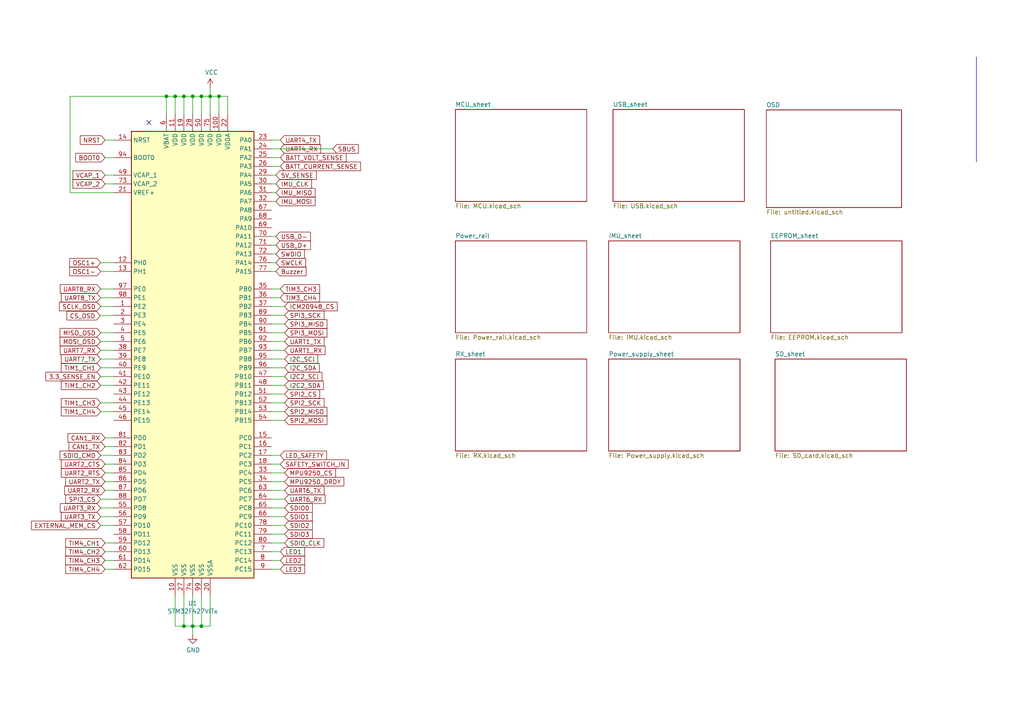
<source format=kicad_sch>
(kicad_sch (version 20230121) (generator eeschema)

  (uuid 167b39f0-685c-4f71-95e2-28f9b2e37320)

  (paper "A4")

  (lib_symbols
    (symbol "MCU_ST_STM32F4:STM32F427VITx" (in_bom yes) (on_board yes)
      (property "Reference" "U" (at -17.78 64.77 0)
        (effects (font (size 1.27 1.27)) (justify left))
      )
      (property "Value" "STM32F427VITx" (at 12.7 64.77 0)
        (effects (font (size 1.27 1.27)) (justify left))
      )
      (property "Footprint" "Package_QFP:LQFP-100_14x14mm_P0.5mm" (at -17.78 -66.04 0)
        (effects (font (size 1.27 1.27)) (justify right) hide)
      )
      (property "Datasheet" "http://www.st.com/st-web-ui/static/active/en/resource/technical/document/datasheet/DM00071990.pdf" (at 0 0 0)
        (effects (font (size 1.27 1.27)) hide)
      )
      (property "ki_keywords" "ARM Cortex-M4 STM32F4 STM32F427/437" (at 0 0 0)
        (effects (font (size 1.27 1.27)) hide)
      )
      (property "ki_description" "ARM Cortex-M4 MCU, 2048KB flash, 192KB RAM, 180MHz, 1.8-3.6V, 82 GPIO, LQFP-100" (at 0 0 0)
        (effects (font (size 1.27 1.27)) hide)
      )
      (property "ki_fp_filters" "LQFP*14x14mm*P0.5mm*" (at 0 0 0)
        (effects (font (size 1.27 1.27)) hide)
      )
      (symbol "STM32F427VITx_0_1"
        (rectangle (start -17.78 -66.04) (end 17.78 63.5)
          (stroke (width 0.254) (type default))
          (fill (type background))
        )
      )
      (symbol "STM32F427VITx_1_1"
        (pin bidirectional line (at -22.86 12.7 0) (length 5.08)
          (name "PE2" (effects (font (size 1.27 1.27))))
          (number "1" (effects (font (size 1.27 1.27))))
        )
        (pin power_in line (at -5.08 -71.12 90) (length 5.08)
          (name "VSS" (effects (font (size 1.27 1.27))))
          (number "10" (effects (font (size 1.27 1.27))))
        )
        (pin power_in line (at 7.62 68.58 270) (length 5.08)
          (name "VDD" (effects (font (size 1.27 1.27))))
          (number "100" (effects (font (size 1.27 1.27))))
        )
        (pin power_in line (at -5.08 68.58 270) (length 5.08)
          (name "VDD" (effects (font (size 1.27 1.27))))
          (number "11" (effects (font (size 1.27 1.27))))
        )
        (pin input line (at -22.86 25.4 0) (length 5.08)
          (name "PH0" (effects (font (size 1.27 1.27))))
          (number "12" (effects (font (size 1.27 1.27))))
        )
        (pin input line (at -22.86 22.86 0) (length 5.08)
          (name "PH1" (effects (font (size 1.27 1.27))))
          (number "13" (effects (font (size 1.27 1.27))))
        )
        (pin input line (at -22.86 60.96 0) (length 5.08)
          (name "NRST" (effects (font (size 1.27 1.27))))
          (number "14" (effects (font (size 1.27 1.27))))
        )
        (pin bidirectional line (at 22.86 -25.4 180) (length 5.08)
          (name "PC0" (effects (font (size 1.27 1.27))))
          (number "15" (effects (font (size 1.27 1.27))))
        )
        (pin bidirectional line (at 22.86 -27.94 180) (length 5.08)
          (name "PC1" (effects (font (size 1.27 1.27))))
          (number "16" (effects (font (size 1.27 1.27))))
        )
        (pin bidirectional line (at 22.86 -30.48 180) (length 5.08)
          (name "PC2" (effects (font (size 1.27 1.27))))
          (number "17" (effects (font (size 1.27 1.27))))
        )
        (pin bidirectional line (at 22.86 -33.02 180) (length 5.08)
          (name "PC3" (effects (font (size 1.27 1.27))))
          (number "18" (effects (font (size 1.27 1.27))))
        )
        (pin power_in line (at -2.54 68.58 270) (length 5.08)
          (name "VDD" (effects (font (size 1.27 1.27))))
          (number "19" (effects (font (size 1.27 1.27))))
        )
        (pin bidirectional line (at -22.86 10.16 0) (length 5.08)
          (name "PE3" (effects (font (size 1.27 1.27))))
          (number "2" (effects (font (size 1.27 1.27))))
        )
        (pin power_in line (at 5.08 -71.12 90) (length 5.08)
          (name "VSSA" (effects (font (size 1.27 1.27))))
          (number "20" (effects (font (size 1.27 1.27))))
        )
        (pin power_in line (at -22.86 45.72 0) (length 5.08)
          (name "VREF+" (effects (font (size 1.27 1.27))))
          (number "21" (effects (font (size 1.27 1.27))))
        )
        (pin power_in line (at 10.16 68.58 270) (length 5.08)
          (name "VDDA" (effects (font (size 1.27 1.27))))
          (number "22" (effects (font (size 1.27 1.27))))
        )
        (pin bidirectional line (at 22.86 60.96 180) (length 5.08)
          (name "PA0" (effects (font (size 1.27 1.27))))
          (number "23" (effects (font (size 1.27 1.27))))
        )
        (pin bidirectional line (at 22.86 58.42 180) (length 5.08)
          (name "PA1" (effects (font (size 1.27 1.27))))
          (number "24" (effects (font (size 1.27 1.27))))
        )
        (pin bidirectional line (at 22.86 55.88 180) (length 5.08)
          (name "PA2" (effects (font (size 1.27 1.27))))
          (number "25" (effects (font (size 1.27 1.27))))
        )
        (pin bidirectional line (at 22.86 53.34 180) (length 5.08)
          (name "PA3" (effects (font (size 1.27 1.27))))
          (number "26" (effects (font (size 1.27 1.27))))
        )
        (pin power_in line (at -2.54 -71.12 90) (length 5.08)
          (name "VSS" (effects (font (size 1.27 1.27))))
          (number "27" (effects (font (size 1.27 1.27))))
        )
        (pin power_in line (at 0 68.58 270) (length 5.08)
          (name "VDD" (effects (font (size 1.27 1.27))))
          (number "28" (effects (font (size 1.27 1.27))))
        )
        (pin bidirectional line (at 22.86 50.8 180) (length 5.08)
          (name "PA4" (effects (font (size 1.27 1.27))))
          (number "29" (effects (font (size 1.27 1.27))))
        )
        (pin bidirectional line (at -22.86 7.62 0) (length 5.08)
          (name "PE4" (effects (font (size 1.27 1.27))))
          (number "3" (effects (font (size 1.27 1.27))))
        )
        (pin bidirectional line (at 22.86 48.26 180) (length 5.08)
          (name "PA5" (effects (font (size 1.27 1.27))))
          (number "30" (effects (font (size 1.27 1.27))))
        )
        (pin bidirectional line (at 22.86 45.72 180) (length 5.08)
          (name "PA6" (effects (font (size 1.27 1.27))))
          (number "31" (effects (font (size 1.27 1.27))))
        )
        (pin bidirectional line (at 22.86 43.18 180) (length 5.08)
          (name "PA7" (effects (font (size 1.27 1.27))))
          (number "32" (effects (font (size 1.27 1.27))))
        )
        (pin bidirectional line (at 22.86 -35.56 180) (length 5.08)
          (name "PC4" (effects (font (size 1.27 1.27))))
          (number "33" (effects (font (size 1.27 1.27))))
        )
        (pin bidirectional line (at 22.86 -38.1 180) (length 5.08)
          (name "PC5" (effects (font (size 1.27 1.27))))
          (number "34" (effects (font (size 1.27 1.27))))
        )
        (pin bidirectional line (at 22.86 17.78 180) (length 5.08)
          (name "PB0" (effects (font (size 1.27 1.27))))
          (number "35" (effects (font (size 1.27 1.27))))
        )
        (pin bidirectional line (at 22.86 15.24 180) (length 5.08)
          (name "PB1" (effects (font (size 1.27 1.27))))
          (number "36" (effects (font (size 1.27 1.27))))
        )
        (pin bidirectional line (at 22.86 12.7 180) (length 5.08)
          (name "PB2" (effects (font (size 1.27 1.27))))
          (number "37" (effects (font (size 1.27 1.27))))
        )
        (pin bidirectional line (at -22.86 0 0) (length 5.08)
          (name "PE7" (effects (font (size 1.27 1.27))))
          (number "38" (effects (font (size 1.27 1.27))))
        )
        (pin bidirectional line (at -22.86 -2.54 0) (length 5.08)
          (name "PE8" (effects (font (size 1.27 1.27))))
          (number "39" (effects (font (size 1.27 1.27))))
        )
        (pin bidirectional line (at -22.86 5.08 0) (length 5.08)
          (name "PE5" (effects (font (size 1.27 1.27))))
          (number "4" (effects (font (size 1.27 1.27))))
        )
        (pin bidirectional line (at -22.86 -5.08 0) (length 5.08)
          (name "PE9" (effects (font (size 1.27 1.27))))
          (number "40" (effects (font (size 1.27 1.27))))
        )
        (pin bidirectional line (at -22.86 -7.62 0) (length 5.08)
          (name "PE10" (effects (font (size 1.27 1.27))))
          (number "41" (effects (font (size 1.27 1.27))))
        )
        (pin bidirectional line (at -22.86 -10.16 0) (length 5.08)
          (name "PE11" (effects (font (size 1.27 1.27))))
          (number "42" (effects (font (size 1.27 1.27))))
        )
        (pin bidirectional line (at -22.86 -12.7 0) (length 5.08)
          (name "PE12" (effects (font (size 1.27 1.27))))
          (number "43" (effects (font (size 1.27 1.27))))
        )
        (pin bidirectional line (at -22.86 -15.24 0) (length 5.08)
          (name "PE13" (effects (font (size 1.27 1.27))))
          (number "44" (effects (font (size 1.27 1.27))))
        )
        (pin bidirectional line (at -22.86 -17.78 0) (length 5.08)
          (name "PE14" (effects (font (size 1.27 1.27))))
          (number "45" (effects (font (size 1.27 1.27))))
        )
        (pin bidirectional line (at -22.86 -20.32 0) (length 5.08)
          (name "PE15" (effects (font (size 1.27 1.27))))
          (number "46" (effects (font (size 1.27 1.27))))
        )
        (pin bidirectional line (at 22.86 -7.62 180) (length 5.08)
          (name "PB10" (effects (font (size 1.27 1.27))))
          (number "47" (effects (font (size 1.27 1.27))))
        )
        (pin bidirectional line (at 22.86 -10.16 180) (length 5.08)
          (name "PB11" (effects (font (size 1.27 1.27))))
          (number "48" (effects (font (size 1.27 1.27))))
        )
        (pin power_in line (at -22.86 50.8 0) (length 5.08)
          (name "VCAP_1" (effects (font (size 1.27 1.27))))
          (number "49" (effects (font (size 1.27 1.27))))
        )
        (pin bidirectional line (at -22.86 2.54 0) (length 5.08)
          (name "PE6" (effects (font (size 1.27 1.27))))
          (number "5" (effects (font (size 1.27 1.27))))
        )
        (pin power_in line (at 2.54 68.58 270) (length 5.08)
          (name "VDD" (effects (font (size 1.27 1.27))))
          (number "50" (effects (font (size 1.27 1.27))))
        )
        (pin bidirectional line (at 22.86 -12.7 180) (length 5.08)
          (name "PB12" (effects (font (size 1.27 1.27))))
          (number "51" (effects (font (size 1.27 1.27))))
        )
        (pin bidirectional line (at 22.86 -15.24 180) (length 5.08)
          (name "PB13" (effects (font (size 1.27 1.27))))
          (number "52" (effects (font (size 1.27 1.27))))
        )
        (pin bidirectional line (at 22.86 -17.78 180) (length 5.08)
          (name "PB14" (effects (font (size 1.27 1.27))))
          (number "53" (effects (font (size 1.27 1.27))))
        )
        (pin bidirectional line (at 22.86 -20.32 180) (length 5.08)
          (name "PB15" (effects (font (size 1.27 1.27))))
          (number "54" (effects (font (size 1.27 1.27))))
        )
        (pin bidirectional line (at -22.86 -45.72 0) (length 5.08)
          (name "PD8" (effects (font (size 1.27 1.27))))
          (number "55" (effects (font (size 1.27 1.27))))
        )
        (pin bidirectional line (at -22.86 -48.26 0) (length 5.08)
          (name "PD9" (effects (font (size 1.27 1.27))))
          (number "56" (effects (font (size 1.27 1.27))))
        )
        (pin bidirectional line (at -22.86 -50.8 0) (length 5.08)
          (name "PD10" (effects (font (size 1.27 1.27))))
          (number "57" (effects (font (size 1.27 1.27))))
        )
        (pin bidirectional line (at -22.86 -53.34 0) (length 5.08)
          (name "PD11" (effects (font (size 1.27 1.27))))
          (number "58" (effects (font (size 1.27 1.27))))
        )
        (pin bidirectional line (at -22.86 -55.88 0) (length 5.08)
          (name "PD12" (effects (font (size 1.27 1.27))))
          (number "59" (effects (font (size 1.27 1.27))))
        )
        (pin power_in line (at -7.62 68.58 270) (length 5.08)
          (name "VBAT" (effects (font (size 1.27 1.27))))
          (number "6" (effects (font (size 1.27 1.27))))
        )
        (pin bidirectional line (at -22.86 -58.42 0) (length 5.08)
          (name "PD13" (effects (font (size 1.27 1.27))))
          (number "60" (effects (font (size 1.27 1.27))))
        )
        (pin bidirectional line (at -22.86 -60.96 0) (length 5.08)
          (name "PD14" (effects (font (size 1.27 1.27))))
          (number "61" (effects (font (size 1.27 1.27))))
        )
        (pin bidirectional line (at -22.86 -63.5 0) (length 5.08)
          (name "PD15" (effects (font (size 1.27 1.27))))
          (number "62" (effects (font (size 1.27 1.27))))
        )
        (pin bidirectional line (at 22.86 -40.64 180) (length 5.08)
          (name "PC6" (effects (font (size 1.27 1.27))))
          (number "63" (effects (font (size 1.27 1.27))))
        )
        (pin bidirectional line (at 22.86 -43.18 180) (length 5.08)
          (name "PC7" (effects (font (size 1.27 1.27))))
          (number "64" (effects (font (size 1.27 1.27))))
        )
        (pin bidirectional line (at 22.86 -45.72 180) (length 5.08)
          (name "PC8" (effects (font (size 1.27 1.27))))
          (number "65" (effects (font (size 1.27 1.27))))
        )
        (pin bidirectional line (at 22.86 -48.26 180) (length 5.08)
          (name "PC9" (effects (font (size 1.27 1.27))))
          (number "66" (effects (font (size 1.27 1.27))))
        )
        (pin bidirectional line (at 22.86 40.64 180) (length 5.08)
          (name "PA8" (effects (font (size 1.27 1.27))))
          (number "67" (effects (font (size 1.27 1.27))))
        )
        (pin bidirectional line (at 22.86 38.1 180) (length 5.08)
          (name "PA9" (effects (font (size 1.27 1.27))))
          (number "68" (effects (font (size 1.27 1.27))))
        )
        (pin bidirectional line (at 22.86 35.56 180) (length 5.08)
          (name "PA10" (effects (font (size 1.27 1.27))))
          (number "69" (effects (font (size 1.27 1.27))))
        )
        (pin bidirectional line (at 22.86 -58.42 180) (length 5.08)
          (name "PC13" (effects (font (size 1.27 1.27))))
          (number "7" (effects (font (size 1.27 1.27))))
        )
        (pin bidirectional line (at 22.86 33.02 180) (length 5.08)
          (name "PA11" (effects (font (size 1.27 1.27))))
          (number "70" (effects (font (size 1.27 1.27))))
        )
        (pin bidirectional line (at 22.86 30.48 180) (length 5.08)
          (name "PA12" (effects (font (size 1.27 1.27))))
          (number "71" (effects (font (size 1.27 1.27))))
        )
        (pin bidirectional line (at 22.86 27.94 180) (length 5.08)
          (name "PA13" (effects (font (size 1.27 1.27))))
          (number "72" (effects (font (size 1.27 1.27))))
        )
        (pin power_in line (at -22.86 48.26 0) (length 5.08)
          (name "VCAP_2" (effects (font (size 1.27 1.27))))
          (number "73" (effects (font (size 1.27 1.27))))
        )
        (pin power_in line (at 0 -71.12 90) (length 5.08)
          (name "VSS" (effects (font (size 1.27 1.27))))
          (number "74" (effects (font (size 1.27 1.27))))
        )
        (pin power_in line (at 5.08 68.58 270) (length 5.08)
          (name "VDD" (effects (font (size 1.27 1.27))))
          (number "75" (effects (font (size 1.27 1.27))))
        )
        (pin bidirectional line (at 22.86 25.4 180) (length 5.08)
          (name "PA14" (effects (font (size 1.27 1.27))))
          (number "76" (effects (font (size 1.27 1.27))))
        )
        (pin bidirectional line (at 22.86 22.86 180) (length 5.08)
          (name "PA15" (effects (font (size 1.27 1.27))))
          (number "77" (effects (font (size 1.27 1.27))))
        )
        (pin bidirectional line (at 22.86 -50.8 180) (length 5.08)
          (name "PC10" (effects (font (size 1.27 1.27))))
          (number "78" (effects (font (size 1.27 1.27))))
        )
        (pin bidirectional line (at 22.86 -53.34 180) (length 5.08)
          (name "PC11" (effects (font (size 1.27 1.27))))
          (number "79" (effects (font (size 1.27 1.27))))
        )
        (pin bidirectional line (at 22.86 -60.96 180) (length 5.08)
          (name "PC14" (effects (font (size 1.27 1.27))))
          (number "8" (effects (font (size 1.27 1.27))))
        )
        (pin bidirectional line (at 22.86 -55.88 180) (length 5.08)
          (name "PC12" (effects (font (size 1.27 1.27))))
          (number "80" (effects (font (size 1.27 1.27))))
        )
        (pin bidirectional line (at -22.86 -25.4 0) (length 5.08)
          (name "PD0" (effects (font (size 1.27 1.27))))
          (number "81" (effects (font (size 1.27 1.27))))
        )
        (pin bidirectional line (at -22.86 -27.94 0) (length 5.08)
          (name "PD1" (effects (font (size 1.27 1.27))))
          (number "82" (effects (font (size 1.27 1.27))))
        )
        (pin bidirectional line (at -22.86 -30.48 0) (length 5.08)
          (name "PD2" (effects (font (size 1.27 1.27))))
          (number "83" (effects (font (size 1.27 1.27))))
        )
        (pin bidirectional line (at -22.86 -33.02 0) (length 5.08)
          (name "PD3" (effects (font (size 1.27 1.27))))
          (number "84" (effects (font (size 1.27 1.27))))
        )
        (pin bidirectional line (at -22.86 -35.56 0) (length 5.08)
          (name "PD4" (effects (font (size 1.27 1.27))))
          (number "85" (effects (font (size 1.27 1.27))))
        )
        (pin bidirectional line (at -22.86 -38.1 0) (length 5.08)
          (name "PD5" (effects (font (size 1.27 1.27))))
          (number "86" (effects (font (size 1.27 1.27))))
        )
        (pin bidirectional line (at -22.86 -40.64 0) (length 5.08)
          (name "PD6" (effects (font (size 1.27 1.27))))
          (number "87" (effects (font (size 1.27 1.27))))
        )
        (pin bidirectional line (at -22.86 -43.18 0) (length 5.08)
          (name "PD7" (effects (font (size 1.27 1.27))))
          (number "88" (effects (font (size 1.27 1.27))))
        )
        (pin bidirectional line (at 22.86 10.16 180) (length 5.08)
          (name "PB3" (effects (font (size 1.27 1.27))))
          (number "89" (effects (font (size 1.27 1.27))))
        )
        (pin bidirectional line (at 22.86 -63.5 180) (length 5.08)
          (name "PC15" (effects (font (size 1.27 1.27))))
          (number "9" (effects (font (size 1.27 1.27))))
        )
        (pin bidirectional line (at 22.86 7.62 180) (length 5.08)
          (name "PB4" (effects (font (size 1.27 1.27))))
          (number "90" (effects (font (size 1.27 1.27))))
        )
        (pin bidirectional line (at 22.86 5.08 180) (length 5.08)
          (name "PB5" (effects (font (size 1.27 1.27))))
          (number "91" (effects (font (size 1.27 1.27))))
        )
        (pin bidirectional line (at 22.86 2.54 180) (length 5.08)
          (name "PB6" (effects (font (size 1.27 1.27))))
          (number "92" (effects (font (size 1.27 1.27))))
        )
        (pin bidirectional line (at 22.86 0 180) (length 5.08)
          (name "PB7" (effects (font (size 1.27 1.27))))
          (number "93" (effects (font (size 1.27 1.27))))
        )
        (pin input line (at -22.86 55.88 0) (length 5.08)
          (name "BOOT0" (effects (font (size 1.27 1.27))))
          (number "94" (effects (font (size 1.27 1.27))))
        )
        (pin bidirectional line (at 22.86 -2.54 180) (length 5.08)
          (name "PB8" (effects (font (size 1.27 1.27))))
          (number "95" (effects (font (size 1.27 1.27))))
        )
        (pin bidirectional line (at 22.86 -5.08 180) (length 5.08)
          (name "PB9" (effects (font (size 1.27 1.27))))
          (number "96" (effects (font (size 1.27 1.27))))
        )
        (pin bidirectional line (at -22.86 17.78 0) (length 5.08)
          (name "PE0" (effects (font (size 1.27 1.27))))
          (number "97" (effects (font (size 1.27 1.27))))
        )
        (pin bidirectional line (at -22.86 15.24 0) (length 5.08)
          (name "PE1" (effects (font (size 1.27 1.27))))
          (number "98" (effects (font (size 1.27 1.27))))
        )
        (pin power_in line (at 2.54 -71.12 90) (length 5.08)
          (name "VSS" (effects (font (size 1.27 1.27))))
          (number "99" (effects (font (size 1.27 1.27))))
        )
      )
    )
    (symbol "power:GND" (power) (pin_names (offset 0)) (in_bom yes) (on_board yes)
      (property "Reference" "#PWR" (at 0 -6.35 0)
        (effects (font (size 1.27 1.27)) hide)
      )
      (property "Value" "GND" (at 0 -3.81 0)
        (effects (font (size 1.27 1.27)))
      )
      (property "Footprint" "" (at 0 0 0)
        (effects (font (size 1.27 1.27)) hide)
      )
      (property "Datasheet" "" (at 0 0 0)
        (effects (font (size 1.27 1.27)) hide)
      )
      (property "ki_keywords" "power-flag" (at 0 0 0)
        (effects (font (size 1.27 1.27)) hide)
      )
      (property "ki_description" "Power symbol creates a global label with name \"GND\" , ground" (at 0 0 0)
        (effects (font (size 1.27 1.27)) hide)
      )
      (symbol "GND_0_1"
        (polyline
          (pts
            (xy 0 0)
            (xy 0 -1.27)
            (xy 1.27 -1.27)
            (xy 0 -2.54)
            (xy -1.27 -1.27)
            (xy 0 -1.27)
          )
          (stroke (width 0) (type default))
          (fill (type none))
        )
      )
      (symbol "GND_1_1"
        (pin power_in line (at 0 0 270) (length 0) hide
          (name "GND" (effects (font (size 1.27 1.27))))
          (number "1" (effects (font (size 1.27 1.27))))
        )
      )
    )
    (symbol "power:VCC" (power) (pin_names (offset 0)) (in_bom yes) (on_board yes)
      (property "Reference" "#PWR" (at 0 -3.81 0)
        (effects (font (size 1.27 1.27)) hide)
      )
      (property "Value" "VCC" (at 0 3.81 0)
        (effects (font (size 1.27 1.27)))
      )
      (property "Footprint" "" (at 0 0 0)
        (effects (font (size 1.27 1.27)) hide)
      )
      (property "Datasheet" "" (at 0 0 0)
        (effects (font (size 1.27 1.27)) hide)
      )
      (property "ki_keywords" "power-flag" (at 0 0 0)
        (effects (font (size 1.27 1.27)) hide)
      )
      (property "ki_description" "Power symbol creates a global label with name \"VCC\"" (at 0 0 0)
        (effects (font (size 1.27 1.27)) hide)
      )
      (symbol "VCC_0_1"
        (polyline
          (pts
            (xy -0.762 1.27)
            (xy 0 2.54)
          )
          (stroke (width 0) (type default))
          (fill (type none))
        )
        (polyline
          (pts
            (xy 0 0)
            (xy 0 2.54)
          )
          (stroke (width 0) (type default))
          (fill (type none))
        )
        (polyline
          (pts
            (xy 0 2.54)
            (xy 0.762 1.27)
          )
          (stroke (width 0) (type default))
          (fill (type none))
        )
      )
      (symbol "VCC_1_1"
        (pin power_in line (at 0 0 90) (length 0) hide
          (name "VCC" (effects (font (size 1.27 1.27))))
          (number "1" (effects (font (size 1.27 1.27))))
        )
      )
    )
  )

  (junction (at 58.42 181.61) (diameter 0) (color 0 0 0 0)
    (uuid 0e138877-7ca9-46d6-8859-4eb5ef83ca87)
  )
  (junction (at 58.42 27.94) (diameter 0) (color 0 0 0 0)
    (uuid 17c1a976-d317-4997-ba97-c7b6013218d1)
  )
  (junction (at 55.88 27.94) (diameter 0) (color 0 0 0 0)
    (uuid 20f84a2d-b3ae-4f7e-9c95-db360aae08e2)
  )
  (junction (at 53.34 27.94) (diameter 0) (color 0 0 0 0)
    (uuid 65f1ed4b-9802-407d-b95b-6fc691a2689e)
  )
  (junction (at 55.88 181.61) (diameter 0) (color 0 0 0 0)
    (uuid 6e138e3b-86c3-4109-afe4-cce14ccd9a32)
  )
  (junction (at 53.34 181.61) (diameter 0) (color 0 0 0 0)
    (uuid 8a15d2ef-022e-4d14-8bd1-4e19fae4fd10)
  )
  (junction (at 63.5 27.94) (diameter 0) (color 0 0 0 0)
    (uuid b8626426-08ea-474f-9fa4-c5ae198abcad)
  )
  (junction (at 48.26 27.94) (diameter 0) (color 0 0 0 0)
    (uuid bc0cb7ce-3c4f-43c4-bdff-a76cfbe0e5db)
  )
  (junction (at 50.8 27.94) (diameter 0) (color 0 0 0 0)
    (uuid d6f2ae44-9370-4b9b-9940-d27b83c82fc6)
  )
  (junction (at 60.96 27.94) (diameter 0) (color 0 0 0 0)
    (uuid f3c0c97f-2ccb-4587-b53d-f5e128283128)
  )

  (no_connect (at 43.18 35.56) (uuid cf09817d-8f0a-4d60-9d7e-ba02f9462f8e))

  (wire (pts (xy 30.48 127) (xy 33.02 127))
    (stroke (width 0) (type default))
    (uuid 00627b85-e487-4820-a53b-8b0bce5a8877)
  )
  (wire (pts (xy 78.74 147.32) (xy 82.55 147.32))
    (stroke (width 0) (type default))
    (uuid 01735714-04a3-4526-8a81-155fd54507a9)
  )
  (wire (pts (xy 80.01 55.88) (xy 78.74 55.88))
    (stroke (width 0) (type default))
    (uuid 028e88ba-c70e-4837-839f-5acfeddf6b03)
  )
  (wire (pts (xy 20.32 55.88) (xy 20.32 27.94))
    (stroke (width 0) (type default))
    (uuid 02c98ee4-a1d7-40ce-b97d-31a9618afe6d)
  )
  (wire (pts (xy 29.21 101.6) (xy 33.02 101.6))
    (stroke (width 0) (type default))
    (uuid 103428d5-f475-4819-aded-be27b87d99ed)
  )
  (wire (pts (xy 82.55 157.48) (xy 78.74 157.48))
    (stroke (width 0) (type default))
    (uuid 1199f1df-39cf-44f6-bf61-660524ac30c2)
  )
  (wire (pts (xy 78.74 101.6) (xy 82.55 101.6))
    (stroke (width 0) (type default))
    (uuid 14b59f0e-e8a2-47e8-b697-5e1dfed9abda)
  )
  (wire (pts (xy 55.88 172.72) (xy 55.88 181.61))
    (stroke (width 0) (type default))
    (uuid 15b98ca1-f218-4baa-83d0-eaf87aa3534e)
  )
  (wire (pts (xy 29.21 116.84) (xy 33.02 116.84))
    (stroke (width 0) (type default))
    (uuid 1614e817-ad28-4075-b041-8cdbdf466b9b)
  )
  (wire (pts (xy 33.02 96.52) (xy 29.21 96.52))
    (stroke (width 0) (type default))
    (uuid 17c595b5-ed50-4606-a5aa-c396b658d53e)
  )
  (wire (pts (xy 80.01 58.42) (xy 78.74 58.42))
    (stroke (width 0) (type default))
    (uuid 1972b024-2038-4b8d-bb7a-0019c35354d0)
  )
  (wire (pts (xy 53.34 33.02) (xy 53.34 27.94))
    (stroke (width 0) (type default))
    (uuid 1a833e93-809f-42e8-b678-6b76e82ee738)
  )
  (wire (pts (xy 33.02 88.9) (xy 29.21 88.9))
    (stroke (width 0) (type default))
    (uuid 1c9cf971-fcae-4404-bfcf-e5f0a401f079)
  )
  (wire (pts (xy 82.55 121.92) (xy 78.74 121.92))
    (stroke (width 0) (type default))
    (uuid 1ca7dc82-c84a-476e-ac01-c1d68ba8b1c5)
  )
  (wire (pts (xy 53.34 181.61) (xy 50.8 181.61))
    (stroke (width 0) (type default))
    (uuid 203a15fb-ecfe-4b1c-8a80-6288a59e2de4)
  )
  (wire (pts (xy 55.88 181.61) (xy 58.42 181.61))
    (stroke (width 0) (type default))
    (uuid 2071bcbc-11e4-4121-9086-bd59615c4871)
  )
  (wire (pts (xy 58.42 33.02) (xy 58.42 27.94))
    (stroke (width 0) (type default))
    (uuid 21d8dcbc-1b6b-4b7d-b16e-b5ea4add61b0)
  )
  (wire (pts (xy 33.02 162.56) (xy 30.48 162.56))
    (stroke (width 0) (type default))
    (uuid 238d7682-b3c2-4757-86b2-37dc5e92daab)
  )
  (wire (pts (xy 82.55 137.16) (xy 78.74 137.16))
    (stroke (width 0) (type default))
    (uuid 26cf60f1-5e7a-4cee-ae74-c2f4a17989fc)
  )
  (wire (pts (xy 55.88 181.61) (xy 55.88 184.15))
    (stroke (width 0) (type default))
    (uuid 27e77a1e-ad93-4ff0-a846-8ae5b7615964)
  )
  (wire (pts (xy 82.55 152.4) (xy 78.74 152.4))
    (stroke (width 0) (type default))
    (uuid 2abf44db-2dd3-41a9-ba35-c2368d25919e)
  )
  (wire (pts (xy 58.42 181.61) (xy 60.96 181.61))
    (stroke (width 0) (type default))
    (uuid 2de6af08-8cfb-4150-98aa-503344a9530d)
  )
  (wire (pts (xy 29.21 83.82) (xy 33.02 83.82))
    (stroke (width 0) (type default))
    (uuid 2e210d0b-51f3-4990-ac51-c44819747425)
  )
  (wire (pts (xy 30.48 134.62) (xy 33.02 134.62))
    (stroke (width 0) (type default))
    (uuid 30667f9d-f4a8-43a1-8006-1fcd9ab9ee16)
  )
  (wire (pts (xy 78.74 73.66) (xy 80.01 73.66))
    (stroke (width 0) (type default))
    (uuid 306cccd7-ac4c-49c8-8cc1-4653ebedf066)
  )
  (wire (pts (xy 60.96 27.94) (xy 63.5 27.94))
    (stroke (width 0) (type default))
    (uuid 35d66c88-baff-4f04-8a18-4be16a1a545f)
  )
  (wire (pts (xy 78.74 160.02) (xy 81.28 160.02))
    (stroke (width 0) (type default))
    (uuid 3d19487d-e5f7-455f-8289-3d9b760a9b7f)
  )
  (wire (pts (xy 78.74 104.14) (xy 82.55 104.14))
    (stroke (width 0) (type default))
    (uuid 3e7c4c1a-6870-40ca-957a-29e3ec962a74)
  )
  (wire (pts (xy 33.02 129.54) (xy 30.48 129.54))
    (stroke (width 0) (type default))
    (uuid 40845a0a-7202-4603-a8a3-06d789c43059)
  )
  (wire (pts (xy 78.74 93.98) (xy 82.55 93.98))
    (stroke (width 0) (type default))
    (uuid 417ff639-4471-40ab-a14f-227a69c85bea)
  )
  (wire (pts (xy 33.02 99.06) (xy 29.21 99.06))
    (stroke (width 0) (type default))
    (uuid 46b2e94e-e6ab-420c-969d-29a77e3274ca)
  )
  (wire (pts (xy 30.48 157.48) (xy 33.02 157.48))
    (stroke (width 0) (type default))
    (uuid 470d62ab-b29e-44cd-9d08-9c59ba1c174d)
  )
  (wire (pts (xy 33.02 165.1) (xy 30.48 165.1))
    (stroke (width 0) (type default))
    (uuid 480071e0-528a-4a2e-ba70-76011ae99c6f)
  )
  (wire (pts (xy 33.02 50.8) (xy 30.48 50.8))
    (stroke (width 0) (type default))
    (uuid 49de5096-a0a8-4509-8765-bc2dc5767ac1)
  )
  (wire (pts (xy 78.74 134.62) (xy 81.28 134.62))
    (stroke (width 0) (type default))
    (uuid 4cd678e1-5aa3-4350-bc76-bc447514a70f)
  )
  (wire (pts (xy 33.02 55.88) (xy 20.32 55.88))
    (stroke (width 0) (type default))
    (uuid 54cead94-28aa-4d76-8039-0db974727443)
  )
  (wire (pts (xy 33.02 147.32) (xy 29.21 147.32))
    (stroke (width 0) (type default))
    (uuid 55d5a2a3-ed26-4be6-8c65-abfef28d5798)
  )
  (wire (pts (xy 78.74 71.12) (xy 80.01 71.12))
    (stroke (width 0) (type default))
    (uuid 57810cd4-1ff8-4dc0-b15e-fd5c4bbe7654)
  )
  (wire (pts (xy 33.02 76.2) (xy 29.21 76.2))
    (stroke (width 0) (type default))
    (uuid 584cb542-170c-4514-9e9f-2d11365b0b94)
  )
  (wire (pts (xy 78.74 132.08) (xy 81.28 132.08))
    (stroke (width 0) (type default))
    (uuid 5d990893-cd8a-4bfb-ae77-2c6466984edb)
  )
  (wire (pts (xy 78.74 99.06) (xy 82.55 99.06))
    (stroke (width 0) (type default))
    (uuid 643b201e-ab97-4520-bad2-eb37e60c7734)
  )
  (wire (pts (xy 81.28 165.1) (xy 78.74 165.1))
    (stroke (width 0) (type default))
    (uuid 6689d900-71c2-424d-828a-d481cbc7a930)
  )
  (wire (pts (xy 78.74 43.18) (xy 96.52 43.18))
    (stroke (width 0) (type default))
    (uuid 680fdd36-6c8c-40f5-b307-cd36d8f48b8e)
  )
  (wire (pts (xy 48.26 27.94) (xy 50.8 27.94))
    (stroke (width 0) (type default))
    (uuid 6cbea750-8632-4e9e-87de-42126725485b)
  )
  (wire (pts (xy 58.42 27.94) (xy 60.96 27.94))
    (stroke (width 0) (type default))
    (uuid 6ce6e170-c0f3-4228-92c5-9970bb86ee36)
  )
  (wire (pts (xy 29.083 91.567) (xy 33.02 91.44))
    (stroke (width 0) (type default))
    (uuid 7279733a-f859-4b49-91d2-eaf80df9e7eb)
  )
  (wire (pts (xy 29.21 104.14) (xy 33.02 104.14))
    (stroke (width 0) (type default))
    (uuid 7333b88c-826f-4547-885b-d073044d3508)
  )
  (wire (pts (xy 80.01 78.74) (xy 78.74 78.74))
    (stroke (width 0) (type default))
    (uuid 74edeb01-0dad-494b-a7d8-77f1781f2654)
  )
  (wire (pts (xy 78.74 68.58) (xy 80.01 68.58))
    (stroke (width 0) (type default))
    (uuid 74f6a8bc-99ab-467e-a972-9cf3d3fb59a4)
  )
  (wire (pts (xy 29.21 109.22) (xy 33.02 109.22))
    (stroke (width 0) (type default))
    (uuid 7911ab24-7d8d-4965-8187-4bb9211a8d37)
  )
  (wire (pts (xy 33.02 139.7) (xy 30.48 139.7))
    (stroke (width 0) (type default))
    (uuid 7a9d743c-99c4-4e1f-9d95-ecb296f7272d)
  )
  (wire (pts (xy 60.96 181.61) (xy 60.96 172.72))
    (stroke (width 0) (type default))
    (uuid 7b4b72a5-f77c-4b1b-a1a4-b126f3c3ba17)
  )
  (wire (pts (xy 60.96 25.4) (xy 60.96 27.94))
    (stroke (width 0) (type default))
    (uuid 7b63155f-7d61-484e-9443-8089cc0cf686)
  )
  (wire (pts (xy 78.74 45.72) (xy 81.28 45.72))
    (stroke (width 0) (type default))
    (uuid 7d357e7f-2c6b-4933-adab-671987c905fd)
  )
  (wire (pts (xy 53.34 172.72) (xy 53.34 181.61))
    (stroke (width 0) (type default))
    (uuid 852797b0-14d2-463f-baac-1e2a36dd1fbe)
  )
  (wire (pts (xy 78.74 144.78) (xy 82.55 144.78))
    (stroke (width 0) (type default))
    (uuid 890eba93-0209-49cd-8e59-d4ca82bb2cd7)
  )
  (wire (pts (xy 29.21 132.08) (xy 33.02 132.08))
    (stroke (width 0) (type default))
    (uuid 8a8ba43c-776b-4b07-aaf9-f40f4dc76a43)
  )
  (wire (pts (xy 33.02 119.38) (xy 29.21 119.38))
    (stroke (width 0) (type default))
    (uuid 8aa9f168-9e88-4cc9-b1e5-83ba500b2e74)
  )
  (wire (pts (xy 58.42 172.72) (xy 58.42 181.61))
    (stroke (width 0) (type default))
    (uuid 8f8d84ce-1c5b-4a7d-bd4d-9ffede183c1d)
  )
  (wire (pts (xy 29.21 78.74) (xy 33.02 78.74))
    (stroke (width 0) (type default))
    (uuid 8fc6edbf-18e4-46fa-9f7b-e60e8b9f379d)
  )
  (wire (pts (xy 55.88 27.94) (xy 58.42 27.94))
    (stroke (width 0) (type default))
    (uuid 901101da-f3eb-4ca5-8fee-279aa811b5a9)
  )
  (wire (pts (xy 55.88 33.02) (xy 55.88 27.94))
    (stroke (width 0) (type default))
    (uuid 90f3b8e1-4bf6-420c-a3e0-c124fd1629b9)
  )
  (wire (pts (xy 78.74 106.68) (xy 82.55 106.68))
    (stroke (width 0) (type default))
    (uuid 929d091c-72e4-410a-9355-9259b95e9970)
  )
  (wire (pts (xy 78.74 109.22) (xy 82.55 109.22))
    (stroke (width 0) (type default))
    (uuid 94a7291c-d2c6-44fd-9364-cb609e88ff91)
  )
  (wire (pts (xy 63.5 27.94) (xy 66.04 27.94))
    (stroke (width 0) (type default))
    (uuid 98e80eee-e4cf-4c60-b00f-54622433cb78)
  )
  (wire (pts (xy 50.8 33.02) (xy 50.8 27.94))
    (stroke (width 0) (type default))
    (uuid a1bf631e-13d0-4b73-aaa5-a4601e49cd60)
  )
  (wire (pts (xy 33.02 144.78) (xy 29.21 144.78))
    (stroke (width 0) (type default))
    (uuid a27fad84-290a-427a-ac3d-466119f56291)
  )
  (wire (pts (xy 78.74 114.3) (xy 82.55 114.3))
    (stroke (width 0) (type default))
    (uuid a43b01ac-0240-4bd6-84e0-96c2b8a42e82)
  )
  (wire (pts (xy 66.04 27.94) (xy 66.04 33.02))
    (stroke (width 0) (type default))
    (uuid a48ed657-6e8e-4396-86bf-a35a418727c5)
  )
  (wire (pts (xy 20.32 27.94) (xy 48.26 27.94))
    (stroke (width 0) (type default))
    (uuid a78519ef-ac22-4203-9998-5f0eeeabc568)
  )
  (wire (pts (xy 78.74 86.36) (xy 81.28 86.36))
    (stroke (width 0) (type default))
    (uuid a84e3953-03e2-493a-893c-ee75a2562dc7)
  )
  (wire (pts (xy 29.21 86.36) (xy 33.02 86.36))
    (stroke (width 0) (type default))
    (uuid a93f561f-85aa-4feb-a865-2f0678770a58)
  )
  (wire (pts (xy 82.55 154.94) (xy 78.74 154.94))
    (stroke (width 0) (type default))
    (uuid a963cc1f-049d-45e2-afa4-bf1463377503)
  )
  (wire (pts (xy 33.02 106.68) (xy 29.21 106.68))
    (stroke (width 0) (type default))
    (uuid aa5ff6e0-5034-4491-abc9-83299248db89)
  )
  (wire (pts (xy 78.74 116.84) (xy 82.55 116.84))
    (stroke (width 0) (type default))
    (uuid af4eb422-67fb-4ebb-98e0-bfab53bbad84)
  )
  (wire (pts (xy 53.34 27.94) (xy 55.88 27.94))
    (stroke (width 0) (type default))
    (uuid b361cc27-d62d-4584-9f7d-cb20ea82953b)
  )
  (wire (pts (xy 78.74 111.76) (xy 82.55 111.76))
    (stroke (width 0) (type default))
    (uuid b8723563-4629-4d50-984d-9fc14a444a1b)
  )
  (wire (pts (xy 33.02 160.02) (xy 30.48 160.02))
    (stroke (width 0) (type default))
    (uuid b91c1138-c112-457e-92bf-51406b5d9138)
  )
  (wire (pts (xy 30.48 40.64) (xy 33.02 40.64))
    (stroke (width 0) (type default))
    (uuid b93f334a-6b33-4cf6-b295-4b53d26a0933)
  )
  (wire (pts (xy 50.8 181.61) (xy 50.8 172.72))
    (stroke (width 0) (type default))
    (uuid bcf98169-8111-4501-a39b-6ed8d5ee87f2)
  )
  (wire (pts (xy 78.74 76.2) (xy 80.01 76.2))
    (stroke (width 0) (type default))
    (uuid bd990ac9-b303-4907-9f59-db4011564d92)
  )
  (wire (pts (xy 48.26 33.02) (xy 48.26 27.94))
    (stroke (width 0) (type default))
    (uuid c539ada3-06f8-4545-8329-ba07cc58c710)
  )
  (wire (pts (xy 33.02 45.72) (xy 30.48 45.72))
    (stroke (width 0) (type default))
    (uuid c5ac6473-44e7-4fdc-a4b5-5537f4a43497)
  )
  (wire (pts (xy 60.96 33.02) (xy 60.96 27.94))
    (stroke (width 0) (type default))
    (uuid c63729cb-4a99-42d1-9423-e6f6a784bfe1)
  )
  (wire (pts (xy 81.28 48.26) (xy 78.74 48.26))
    (stroke (width 0) (type default))
    (uuid c9d08b0a-df31-4911-8801-df6412969d4e)
  )
  (wire (pts (xy 78.74 83.82) (xy 81.28 83.82))
    (stroke (width 0) (type default))
    (uuid cb5fefd3-8e6e-4c64-80b6-1149836edaa0)
  )
  (wire (pts (xy 78.74 40.64) (xy 81.28 40.64))
    (stroke (width 0) (type default))
    (uuid ccb4b785-87bb-4b42-8671-e5480e80edbf)
  )
  (wire (pts (xy 78.74 119.38) (xy 82.55 119.38))
    (stroke (width 0) (type default))
    (uuid cd19bbd5-8e7c-4657-91e0-bc2fa73179df)
  )
  (wire (pts (xy 78.74 88.9) (xy 82.55 88.9))
    (stroke (width 0) (type default))
    (uuid d071617b-8c98-40b4-9f6c-209a7b9c92ea)
  )
  (wire (pts (xy 63.5 33.02) (xy 63.5 27.94))
    (stroke (width 0) (type default))
    (uuid d21ef8f1-8549-49f4-8b88-f1a7153bee01)
  )
  (wire (pts (xy 78.74 91.44) (xy 82.55 91.44))
    (stroke (width 0) (type default))
    (uuid d2699e00-6898-4380-a940-76f1350e3b6c)
  )
  (wire (pts (xy 78.74 96.52) (xy 82.55 96.52))
    (stroke (width 0) (type default))
    (uuid d3226e84-9ab4-4b1b-a6a0-d6ead172ed46)
  )
  (wire (pts (xy 33.02 149.86) (xy 29.21 149.86))
    (stroke (width 0) (type default))
    (uuid d33caf15-573b-4d3c-bde7-b2e95cff1aae)
  )
  (wire (pts (xy 30.48 53.34) (xy 33.02 53.34))
    (stroke (width 0) (type default))
    (uuid d49ba02b-bde7-4951-a4e3-dad9ee51e9d7)
  )
  (wire (pts (xy 80.01 53.34) (xy 78.74 53.34))
    (stroke (width 0) (type default))
    (uuid d5b39d15-c2cc-43ef-b9f9-b96891679a80)
  )
  (wire (pts (xy 30.48 142.24) (xy 33.02 142.24))
    (stroke (width 0) (type default))
    (uuid d903f0e4-5162-4507-83eb-3f12219a5cc7)
  )
  (wire (pts (xy 82.55 139.7) (xy 78.74 139.7))
    (stroke (width 0) (type default))
    (uuid dcfad094-2785-47ca-9fde-915a2e8d7a52)
  )
  (wire (pts (xy 30.48 137.16) (xy 33.02 137.16))
    (stroke (width 0) (type default))
    (uuid de5c4172-e37c-4d2d-a858-d5531993b760)
  )
  (wire (pts (xy 55.88 181.61) (xy 53.34 181.61))
    (stroke (width 0) (type default))
    (uuid df391c1e-46a1-4c89-8fbe-5c128d2b5800)
  )
  (wire (pts (xy 81.28 162.56) (xy 78.74 162.56))
    (stroke (width 0) (type default))
    (uuid e0c07d17-c042-46f8-846e-251b75ec053c)
  )
  (wire (pts (xy 29.21 111.76) (xy 33.02 111.76))
    (stroke (width 0) (type default))
    (uuid ecb303b6-8bfe-4930-8215-a5257730e3b9)
  )
  (wire (pts (xy 78.74 50.8) (xy 80.01 50.8))
    (stroke (width 0) (type default))
    (uuid f2262f42-c27f-4412-94d1-d0a2f1e9ead5)
  )
  (wire (pts (xy 33.02 152.4) (xy 29.21 152.4))
    (stroke (width 0) (type default))
    (uuid f4e2beeb-b065-4425-8c0b-4ccfbf6c66ab)
  )
  (wire (pts (xy 78.74 142.24) (xy 82.55 142.24))
    (stroke (width 0) (type default))
    (uuid f99c7451-e423-4ac2-85c8-5358a01ead19)
  )
  (wire (pts (xy 82.55 149.86) (xy 78.74 149.86))
    (stroke (width 0) (type default))
    (uuid fd007885-720b-4c9b-9f92-4d199f51c51d)
  )
  (polyline (pts (xy 283.21 46.99) (xy 283.21 16.51))
    (stroke (width 0) (type default))
    (uuid ff1dd891-aedf-4922-a7e5-4c9d3ebe890d)
  )

  (wire (pts (xy 50.8 27.94) (xy 53.34 27.94))
    (stroke (width 0) (type default))
    (uuid ff6c9f57-07e1-4efc-a178-52dd4a20dbcf)
  )

  (global_label "SPI2_MISO" (shape input) (at 82.55 119.38 0) (fields_autoplaced)
    (effects (font (size 1.27 1.27)) (justify left))
    (uuid 0008458b-db30-4ef6-9936-268ff0fc16bc)
    (property "Intersheetrefs" "${INTERSHEET_REFS}" (at 94.7386 119.38 0)
      (effects (font (size 1.27 1.27)) (justify left) hide)
    )
  )
  (global_label "SAFETY_SWITCH_IN" (shape input) (at 81.28 134.62 0) (fields_autoplaced)
    (effects (font (size 1.27 1.27)) (justify left))
    (uuid 0454c899-ba15-4d03-94b1-64023205b822)
    (property "Intersheetrefs" "${INTERSHEET_REFS}" (at 100.9072 134.62 0)
      (effects (font (size 1.27 1.27)) (justify left) hide)
    )
  )
  (global_label "OSC1+" (shape input) (at 29.21 76.2 180) (fields_autoplaced)
    (effects (font (size 1.27 1.27)) (justify right))
    (uuid 06f981dc-e964-4f72-9334-3e68360d2e64)
    (property "Intersheetrefs" "${INTERSHEET_REFS}" (at 20.2871 76.2 0)
      (effects (font (size 1.27 1.27)) (justify right) hide)
    )
  )
  (global_label "MPU9250_DRDY" (shape input) (at 82.55 139.7 0) (fields_autoplaced)
    (effects (font (size 1.27 1.27)) (justify left))
    (uuid 0c6cb905-2ddd-48d8-8a69-b85b912d2926)
    (property "Intersheetrefs" "${INTERSHEET_REFS}" (at 99.6371 139.7 0)
      (effects (font (size 1.27 1.27)) (justify left) hide)
    )
  )
  (global_label "TIM1_CH2" (shape input) (at 29.21 111.76 180) (fields_autoplaced)
    (effects (font (size 1.27 1.27)) (justify right))
    (uuid 0ce82161-077d-4b99-b587-02972e86bbe8)
    (property "Intersheetrefs" "${INTERSHEET_REFS}" (at 17.8681 111.76 0)
      (effects (font (size 1.27 1.27)) (justify right) hide)
    )
  )
  (global_label "UART7_RX" (shape input) (at 29.21 101.6 180) (fields_autoplaced)
    (effects (font (size 1.27 1.27)) (justify right))
    (uuid 10c98d3a-1099-4bcd-b917-42bd1c185215)
    (property "Intersheetrefs" "${INTERSHEET_REFS}" (at 17.5657 101.6 0)
      (effects (font (size 1.27 1.27)) (justify right) hide)
    )
  )
  (global_label "UART3_RX" (shape input) (at 29.21 147.32 180) (fields_autoplaced)
    (effects (font (size 1.27 1.27)) (justify right))
    (uuid 1aefa734-6df1-4a4b-83a3-fdaf578ef5f1)
    (property "Intersheetrefs" "${INTERSHEET_REFS}" (at 17.5657 147.32 0)
      (effects (font (size 1.27 1.27)) (justify right) hide)
    )
  )
  (global_label "UART6_TX" (shape input) (at 82.55 142.24 0) (fields_autoplaced)
    (effects (font (size 1.27 1.27)) (justify left))
    (uuid 1b563506-231f-44ed-ba88-fcf8eae9f033)
    (property "Intersheetrefs" "${INTERSHEET_REFS}" (at 93.8919 142.24 0)
      (effects (font (size 1.27 1.27)) (justify left) hide)
    )
  )
  (global_label "LED_SAFETY" (shape input) (at 81.28 132.08 0) (fields_autoplaced)
    (effects (font (size 1.27 1.27)) (justify left))
    (uuid 1e7111c1-6da8-4d74-b979-801fc5b435b8)
    (property "Intersheetrefs" "${INTERSHEET_REFS}" (at 94.6176 132.08 0)
      (effects (font (size 1.27 1.27)) (justify left) hide)
    )
  )
  (global_label "Buzzer" (shape input) (at 80.01 78.74 0) (fields_autoplaced)
    (effects (font (size 1.27 1.27)) (justify left))
    (uuid 1f5c0106-bb04-442c-9ec1-2de9fe6e3e60)
    (property "Intersheetrefs" "${INTERSHEET_REFS}" (at 88.691 78.74 0)
      (effects (font (size 1.27 1.27)) (justify left) hide)
    )
  )
  (global_label "3.3_SENSE_EN" (shape input) (at 29.21 109.22 180) (fields_autoplaced)
    (effects (font (size 1.27 1.27)) (justify right))
    (uuid 232d87cb-508b-4b56-b89f-369e974c5280)
    (property "Intersheetrefs" "${INTERSHEET_REFS}" (at 13.393 109.22 0)
      (effects (font (size 1.27 1.27)) (justify right) hide)
    )
  )
  (global_label "VCAP_2" (shape input) (at 30.48 53.34 180) (fields_autoplaced)
    (effects (font (size 1.27 1.27)) (justify right))
    (uuid 24e1c361-46c5-42a2-b13c-acbe3c9464cd)
    (property "Intersheetrefs" "${INTERSHEET_REFS}" (at 21.2547 53.34 0)
      (effects (font (size 1.27 1.27)) (justify right) hide)
    )
  )
  (global_label "UART1_TX" (shape input) (at 82.55 99.06 0) (fields_autoplaced)
    (effects (font (size 1.27 1.27)) (justify left))
    (uuid 2a33958c-80c9-448a-9cbb-46ce49b1277f)
    (property "Intersheetrefs" "${INTERSHEET_REFS}" (at 93.8919 99.06 0)
      (effects (font (size 1.27 1.27)) (justify left) hide)
    )
  )
  (global_label "NRST" (shape input) (at 30.48 40.64 180) (fields_autoplaced)
    (effects (font (size 1.27 1.27)) (justify right))
    (uuid 3152206d-62bc-4d32-abd5-e657398456ef)
    (property "Intersheetrefs" "${INTERSHEET_REFS}" (at 23.3714 40.64 0)
      (effects (font (size 1.27 1.27)) (justify right) hide)
    )
  )
  (global_label "USB_D-" (shape input) (at 80.01 68.58 0) (fields_autoplaced)
    (effects (font (size 1.27 1.27)) (justify left))
    (uuid 318fdb6d-6f1a-4cc7-b6f3-e091c1669f5b)
    (property "Intersheetrefs" "${INTERSHEET_REFS}" (at 89.961 68.58 0)
      (effects (font (size 1.27 1.27)) (justify left) hide)
    )
  )
  (global_label "LED2" (shape input) (at 81.28 162.56 0) (fields_autoplaced)
    (effects (font (size 1.27 1.27)) (justify left))
    (uuid 3b98d2f1-25f7-4bc3-add5-dfc2c33bfa3e)
    (property "Intersheetrefs" "${INTERSHEET_REFS}" (at 88.2676 162.56 0)
      (effects (font (size 1.27 1.27)) (justify left) hide)
    )
  )
  (global_label "SPI2_SCK" (shape input) (at 82.55 116.84 0) (fields_autoplaced)
    (effects (font (size 1.27 1.27)) (justify left))
    (uuid 3c7f1961-52c1-4200-aa39-cfe8d9a81801)
    (property "Intersheetrefs" "${INTERSHEET_REFS}" (at 93.8919 116.84 0)
      (effects (font (size 1.27 1.27)) (justify left) hide)
    )
  )
  (global_label "UART7_TX" (shape input) (at 29.21 104.14 180) (fields_autoplaced)
    (effects (font (size 1.27 1.27)) (justify right))
    (uuid 3f3ba923-c50d-4e82-9239-35c13242ecd2)
    (property "Intersheetrefs" "${INTERSHEET_REFS}" (at 17.8681 104.14 0)
      (effects (font (size 1.27 1.27)) (justify right) hide)
    )
  )
  (global_label "UART8_TX" (shape input) (at 29.21 86.36 180) (fields_autoplaced)
    (effects (font (size 1.27 1.27)) (justify right))
    (uuid 494d2973-ca1d-43b9-ad9b-fb7b9f3bed29)
    (property "Intersheetrefs" "${INTERSHEET_REFS}" (at 17.8681 86.36 0)
      (effects (font (size 1.27 1.27)) (justify right) hide)
    )
  )
  (global_label "UART2_RX" (shape input) (at 30.48 142.24 180) (fields_autoplaced)
    (effects (font (size 1.27 1.27)) (justify right))
    (uuid 4bb9807c-b243-490a-abee-39d2338b4f1b)
    (property "Intersheetrefs" "${INTERSHEET_REFS}" (at 18.8357 142.24 0)
      (effects (font (size 1.27 1.27)) (justify right) hide)
    )
  )
  (global_label "SPI3_SCK" (shape input) (at 82.55 91.44 0) (fields_autoplaced)
    (effects (font (size 1.27 1.27)) (justify left))
    (uuid 4ed44c1c-80ac-4035-9502-b9dd9b099dc1)
    (property "Intersheetrefs" "${INTERSHEET_REFS}" (at 93.8919 91.44 0)
      (effects (font (size 1.27 1.27)) (justify left) hide)
    )
  )
  (global_label "IMU_CLK" (shape input) (at 80.01 53.34 0) (fields_autoplaced)
    (effects (font (size 1.27 1.27)) (justify left))
    (uuid 50fbabc7-6d48-4b3b-9192-9b25c6706bf8)
    (property "Intersheetrefs" "${INTERSHEET_REFS}" (at 90.2634 53.34 0)
      (effects (font (size 1.27 1.27)) (justify left) hide)
    )
  )
  (global_label "ICM20948_CS" (shape input) (at 82.55 88.9 0) (fields_autoplaced)
    (effects (font (size 1.27 1.27)) (justify left))
    (uuid 559c0529-84f2-4ac6-b297-5be474bc984d)
    (property "Intersheetrefs" "${INTERSHEET_REFS}" (at 97.7018 88.9 0)
      (effects (font (size 1.27 1.27)) (justify left) hide)
    )
  )
  (global_label "VCAP_1" (shape input) (at 30.48 50.8 180) (fields_autoplaced)
    (effects (font (size 1.27 1.27)) (justify right))
    (uuid 5b601cdf-b50a-4554-b491-9da8073e1098)
    (property "Intersheetrefs" "${INTERSHEET_REFS}" (at 21.2547 50.8 0)
      (effects (font (size 1.27 1.27)) (justify right) hide)
    )
  )
  (global_label "SWDIO" (shape input) (at 80.01 73.66 0) (fields_autoplaced)
    (effects (font (size 1.27 1.27)) (justify left))
    (uuid 5e8b77ea-51e8-48a1-b14a-4e4de6b85a20)
    (property "Intersheetrefs" "${INTERSHEET_REFS}" (at 88.2072 73.66 0)
      (effects (font (size 1.27 1.27)) (justify left) hide)
    )
  )
  (global_label "SDIO_CMD" (shape input) (at 29.21 132.08 180) (fields_autoplaced)
    (effects (font (size 1.27 1.27)) (justify right))
    (uuid 5e8d0c77-9539-4d48-8d2a-0f832023b3fc)
    (property "Intersheetrefs" "${INTERSHEET_REFS}" (at 17.5052 132.08 0)
      (effects (font (size 1.27 1.27)) (justify right) hide)
    )
  )
  (global_label "TIM4_CH4" (shape input) (at 30.48 165.1 180) (fields_autoplaced)
    (effects (font (size 1.27 1.27)) (justify right))
    (uuid 619d7444-ac5e-45ba-aa4e-b69836d6ad05)
    (property "Intersheetrefs" "${INTERSHEET_REFS}" (at 19.1381 165.1 0)
      (effects (font (size 1.27 1.27)) (justify right) hide)
    )
  )
  (global_label "SDIO0" (shape input) (at 82.55 147.32 0) (fields_autoplaced)
    (effects (font (size 1.27 1.27)) (justify left))
    (uuid 62b810b7-d8b5-4e83-88ad-bbd453d2e9ca)
    (property "Intersheetrefs" "${INTERSHEET_REFS}" (at 90.5053 147.32 0)
      (effects (font (size 1.27 1.27)) (justify left) hide)
    )
  )
  (global_label "TIM3_CH3" (shape input) (at 81.28 83.82 0) (fields_autoplaced)
    (effects (font (size 1.27 1.27)) (justify left))
    (uuid 63da3a9e-7a3f-41e9-9f47-f4ebec546802)
    (property "Intersheetrefs" "${INTERSHEET_REFS}" (at 92.6219 83.82 0)
      (effects (font (size 1.27 1.27)) (justify left) hide)
    )
  )
  (global_label "CAN1_RX" (shape input) (at 30.48 127 180) (fields_autoplaced)
    (effects (font (size 1.27 1.27)) (justify right))
    (uuid 63da5318-ca68-4e92-8a79-51c5d2c2d58e)
    (property "Intersheetrefs" "${INTERSHEET_REFS}" (at 19.8033 127 0)
      (effects (font (size 1.27 1.27)) (justify right) hide)
    )
  )
  (global_label "SDIO3" (shape input) (at 82.55 154.94 0) (fields_autoplaced)
    (effects (font (size 1.27 1.27)) (justify left))
    (uuid 666a6cca-3036-4a12-a737-b7572cc4c7af)
    (property "Intersheetrefs" "${INTERSHEET_REFS}" (at 90.5053 154.94 0)
      (effects (font (size 1.27 1.27)) (justify left) hide)
    )
  )
  (global_label "I2C2_SCl" (shape input) (at 82.55 109.22 0) (fields_autoplaced)
    (effects (font (size 1.27 1.27)) (justify left))
    (uuid 66cf9880-df96-4d58-b341-43d31e268d2e)
    (property "Intersheetrefs" "${INTERSHEET_REFS}" (at 93.2871 109.22 0)
      (effects (font (size 1.27 1.27)) (justify left) hide)
    )
  )
  (global_label "I2C_SCl" (shape input) (at 82.55 104.14 0) (fields_autoplaced)
    (effects (font (size 1.27 1.27)) (justify left))
    (uuid 67532490-2f54-430f-ae8d-1d8ec998b5b2)
    (property "Intersheetrefs" "${INTERSHEET_REFS}" (at 92.0776 104.14 0)
      (effects (font (size 1.27 1.27)) (justify left) hide)
    )
  )
  (global_label "UART8_RX" (shape input) (at 29.21 83.82 180) (fields_autoplaced)
    (effects (font (size 1.27 1.27)) (justify right))
    (uuid 6afb0e8b-8a21-41f1-9239-b0c0ee7afd67)
    (property "Intersheetrefs" "${INTERSHEET_REFS}" (at 17.5657 83.82 0)
      (effects (font (size 1.27 1.27)) (justify right) hide)
    )
  )
  (global_label "I2C2_SDA" (shape input) (at 82.55 111.76 0) (fields_autoplaced)
    (effects (font (size 1.27 1.27)) (justify left))
    (uuid 6c0d84aa-4bb7-4177-935e-a76b069ed471)
    (property "Intersheetrefs" "${INTERSHEET_REFS}" (at 93.7105 111.76 0)
      (effects (font (size 1.27 1.27)) (justify left) hide)
    )
  )
  (global_label "SDIO_CLK" (shape input) (at 82.55 157.48 0) (fields_autoplaced)
    (effects (font (size 1.27 1.27)) (justify left))
    (uuid 7a7eb9a0-22c7-439c-9828-c8bb40864170)
    (property "Intersheetrefs" "${INTERSHEET_REFS}" (at 93.8315 157.48 0)
      (effects (font (size 1.27 1.27)) (justify left) hide)
    )
  )
  (global_label "TIM1_CH1" (shape input) (at 29.21 106.68 180) (fields_autoplaced)
    (effects (font (size 1.27 1.27)) (justify right))
    (uuid 7d462ab2-85cb-48a8-a5fc-131cb06adc41)
    (property "Intersheetrefs" "${INTERSHEET_REFS}" (at 17.8681 106.68 0)
      (effects (font (size 1.27 1.27)) (justify right) hide)
    )
  )
  (global_label "UART2_TX" (shape input) (at 30.48 139.7 180) (fields_autoplaced)
    (effects (font (size 1.27 1.27)) (justify right))
    (uuid 7f6ff1f6-c44a-49f9-9cb4-3375eeefa3d0)
    (property "Intersheetrefs" "${INTERSHEET_REFS}" (at 19.1381 139.7 0)
      (effects (font (size 1.27 1.27)) (justify right) hide)
    )
  )
  (global_label "UART6_RX" (shape input) (at 82.55 144.78 0) (fields_autoplaced)
    (effects (font (size 1.27 1.27)) (justify left))
    (uuid 8708054b-f3b1-4f93-8c4a-47147bdeb5cf)
    (property "Intersheetrefs" "${INTERSHEET_REFS}" (at 94.1943 144.78 0)
      (effects (font (size 1.27 1.27)) (justify left) hide)
    )
  )
  (global_label "SPI2_CS" (shape input) (at 82.55 114.3 0) (fields_autoplaced)
    (effects (font (size 1.27 1.27)) (justify left))
    (uuid 8b0727d3-d1f1-4069-ace3-0316ae770792)
    (property "Intersheetrefs" "${INTERSHEET_REFS}" (at 92.6219 114.3 0)
      (effects (font (size 1.27 1.27)) (justify left) hide)
    )
  )
  (global_label "IMU_MISO" (shape input) (at 80.01 55.88 0) (fields_autoplaced)
    (effects (font (size 1.27 1.27)) (justify left))
    (uuid 8d3f0d22-0b01-4e87-822e-36722028cf27)
    (property "Intersheetrefs" "${INTERSHEET_REFS}" (at 91.2915 55.88 0)
      (effects (font (size 1.27 1.27)) (justify left) hide)
    )
  )
  (global_label "SPI3_MISO" (shape input) (at 82.55 93.98 0) (fields_autoplaced)
    (effects (font (size 1.27 1.27)) (justify left))
    (uuid 8d5645c8-4896-4a26-b332-e8391b09ce5d)
    (property "Intersheetrefs" "${INTERSHEET_REFS}" (at 94.7386 93.98 0)
      (effects (font (size 1.27 1.27)) (justify left) hide)
    )
  )
  (global_label "SWCLK" (shape input) (at 80.01 76.2 0) (fields_autoplaced)
    (effects (font (size 1.27 1.27)) (justify left))
    (uuid 8ea1c3c0-bd31-424c-bb45-27a49c5dbf25)
    (property "Intersheetrefs" "${INTERSHEET_REFS}" (at 88.57 76.2 0)
      (effects (font (size 1.27 1.27)) (justify left) hide)
    )
  )
  (global_label "MPU9250_CS" (shape input) (at 82.55 137.16 0) (fields_autoplaced)
    (effects (font (size 1.27 1.27)) (justify left))
    (uuid 90ce5876-c25c-4d05-9acc-2fc1bf6280fe)
    (property "Intersheetrefs" "${INTERSHEET_REFS}" (at 97.218 137.16 0)
      (effects (font (size 1.27 1.27)) (justify left) hide)
    )
  )
  (global_label "UART1_RX" (shape input) (at 82.55 101.6 0) (fields_autoplaced)
    (effects (font (size 1.27 1.27)) (justify left))
    (uuid 98877d9e-ade1-44a6-a881-6d3aeab92183)
    (property "Intersheetrefs" "${INTERSHEET_REFS}" (at 94.1943 101.6 0)
      (effects (font (size 1.27 1.27)) (justify left) hide)
    )
  )
  (global_label "UART4_TX" (shape input) (at 81.28 40.64 0) (fields_autoplaced)
    (effects (font (size 1.27 1.27)) (justify left))
    (uuid 988c2131-dd2c-4b55-afbd-049af58e6f81)
    (property "Intersheetrefs" "${INTERSHEET_REFS}" (at 92.6219 40.64 0)
      (effects (font (size 1.27 1.27)) (justify left) hide)
    )
  )
  (global_label "SCLK_OSD" (shape input) (at 29.21 88.9 180) (fields_autoplaced)
    (effects (font (size 1.27 1.27)) (justify right))
    (uuid 9bd18daf-3f94-404f-ad75-045688daf042)
    (property "Intersheetrefs" "${INTERSHEET_REFS}" (at 17.3238 88.9 0)
      (effects (font (size 1.27 1.27)) (justify right) hide)
    )
  )
  (global_label "MOSI_OSD" (shape input) (at 29.21 99.06 180) (fields_autoplaced)
    (effects (font (size 1.27 1.27)) (justify right))
    (uuid 9d7e1441-f99a-44bf-a037-bd27bb0af42a)
    (property "Intersheetrefs" "${INTERSHEET_REFS}" (at 17.5052 99.06 0)
      (effects (font (size 1.27 1.27)) (justify right) hide)
    )
  )
  (global_label "IMU_MOSI" (shape input) (at 80.01 58.42 0) (fields_autoplaced)
    (effects (font (size 1.27 1.27)) (justify left))
    (uuid 9ec84e90-3771-4db7-be94-055267b5f0e6)
    (property "Intersheetrefs" "${INTERSHEET_REFS}" (at 91.2915 58.42 0)
      (effects (font (size 1.27 1.27)) (justify left) hide)
    )
  )
  (global_label "SDIO1" (shape input) (at 82.55 149.86 0) (fields_autoplaced)
    (effects (font (size 1.27 1.27)) (justify left))
    (uuid a00b6d31-2385-4737-8660-8f7486418893)
    (property "Intersheetrefs" "${INTERSHEET_REFS}" (at 90.5053 149.86 0)
      (effects (font (size 1.27 1.27)) (justify left) hide)
    )
  )
  (global_label "USB_D+" (shape input) (at 80.01 71.12 0) (fields_autoplaced)
    (effects (font (size 1.27 1.27)) (justify left))
    (uuid a4e6235f-8d11-45ba-acec-1c323141527e)
    (property "Intersheetrefs" "${INTERSHEET_REFS}" (at 89.961 71.12 0)
      (effects (font (size 1.27 1.27)) (justify left) hide)
    )
  )
  (global_label "SPI3_CS" (shape input) (at 29.21 144.78 180) (fields_autoplaced)
    (effects (font (size 1.27 1.27)) (justify right))
    (uuid ab70e4d1-9f99-4352-9497-217dde1f5ccd)
    (property "Intersheetrefs" "${INTERSHEET_REFS}" (at 19.1381 144.78 0)
      (effects (font (size 1.27 1.27)) (justify right) hide)
    )
  )
  (global_label "EXTERNAL_MEM_CS" (shape input) (at 29.21 152.4 180) (fields_autoplaced)
    (effects (font (size 1.27 1.27)) (justify right))
    (uuid af8676f5-04df-46d7-98bd-93b95cefe092)
    (property "Intersheetrefs" "${INTERSHEET_REFS}" (at 9.2202 152.4 0)
      (effects (font (size 1.27 1.27)) (justify right) hide)
    )
  )
  (global_label "TIM4_CH3" (shape input) (at 30.48 162.56 180) (fields_autoplaced)
    (effects (font (size 1.27 1.27)) (justify right))
    (uuid b0ee8513-15af-4bbd-ab4b-858c6cab7593)
    (property "Intersheetrefs" "${INTERSHEET_REFS}" (at 19.1381 162.56 0)
      (effects (font (size 1.27 1.27)) (justify right) hide)
    )
  )
  (global_label "SDIO2" (shape input) (at 82.55 152.4 0) (fields_autoplaced)
    (effects (font (size 1.27 1.27)) (justify left))
    (uuid b337953b-934b-496d-903f-ee4fdeab57d9)
    (property "Intersheetrefs" "${INTERSHEET_REFS}" (at 90.5053 152.4 0)
      (effects (font (size 1.27 1.27)) (justify left) hide)
    )
  )
  (global_label "MISO_OSD" (shape input) (at 29.21 96.52 180) (fields_autoplaced)
    (effects (font (size 1.27 1.27)) (justify right))
    (uuid b8f353f7-a458-4cd3-a443-7aeff6e60068)
    (property "Intersheetrefs" "${INTERSHEET_REFS}" (at 17.5052 96.52 0)
      (effects (font (size 1.27 1.27)) (justify right) hide)
    )
  )
  (global_label "BATT_CURRENT_SENSE" (shape input) (at 81.28 48.26 0) (fields_autoplaced)
    (effects (font (size 1.27 1.27)) (justify left))
    (uuid b91611c1-bbc2-4340-ad17-6e3f72c221a3)
    (property "Intersheetrefs" "${INTERSHEET_REFS}" (at 104.4751 48.26 0)
      (effects (font (size 1.27 1.27)) (justify left) hide)
    )
  )
  (global_label "TIM3_CH4" (shape input) (at 81.28 86.36 0) (fields_autoplaced)
    (effects (font (size 1.27 1.27)) (justify left))
    (uuid bb925e18-f5a9-4677-9059-5c0fec70ccbd)
    (property "Intersheetrefs" "${INTERSHEET_REFS}" (at 92.6219 86.36 0)
      (effects (font (size 1.27 1.27)) (justify left) hide)
    )
  )
  (global_label "TIM4_CH2" (shape input) (at 30.48 160.02 180) (fields_autoplaced)
    (effects (font (size 1.27 1.27)) (justify right))
    (uuid c049c41a-7727-4356-bacf-049e6f57978a)
    (property "Intersheetrefs" "${INTERSHEET_REFS}" (at 19.1381 160.02 0)
      (effects (font (size 1.27 1.27)) (justify right) hide)
    )
  )
  (global_label "UART4_RX" (shape input) (at 81.28 43.18 0) (fields_autoplaced)
    (effects (font (size 1.27 1.27)) (justify left))
    (uuid c61e6838-a457-4f8d-ac3d-7c44a95512dd)
    (property "Intersheetrefs" "${INTERSHEET_REFS}" (at 92.9243 43.18 0)
      (effects (font (size 1.27 1.27)) (justify left) hide)
    )
  )
  (global_label "LED3" (shape input) (at 81.28 165.1 0) (fields_autoplaced)
    (effects (font (size 1.27 1.27)) (justify left))
    (uuid c9fac976-c428-4e40-a8e6-9098b469cb6a)
    (property "Intersheetrefs" "${INTERSHEET_REFS}" (at 88.2676 165.1 0)
      (effects (font (size 1.27 1.27)) (justify left) hide)
    )
  )
  (global_label "UART2_CTS" (shape input) (at 30.48 134.62 180) (fields_autoplaced)
    (effects (font (size 1.27 1.27)) (justify right))
    (uuid cadd4615-7696-450e-a7b0-0a4243702eef)
    (property "Intersheetrefs" "${INTERSHEET_REFS}" (at 17.8681 134.62 0)
      (effects (font (size 1.27 1.27)) (justify right) hide)
    )
  )
  (global_label "BOOT0" (shape input) (at 30.48 45.72 180) (fields_autoplaced)
    (effects (font (size 1.27 1.27)) (justify right))
    (uuid cc6a3a85-2bcc-42ae-a9e6-895e5aad85ba)
    (property "Intersheetrefs" "${INTERSHEET_REFS}" (at 22.0409 45.72 0)
      (effects (font (size 1.27 1.27)) (justify right) hide)
    )
  )
  (global_label "OSC1-" (shape input) (at 29.21 78.74 180) (fields_autoplaced)
    (effects (font (size 1.27 1.27)) (justify right))
    (uuid cd241a9a-8e00-4663-a76e-e3c0e2d00fff)
    (property "Intersheetrefs" "${INTERSHEET_REFS}" (at 20.2871 78.74 0)
      (effects (font (size 1.27 1.27)) (justify right) hide)
    )
  )
  (global_label "I2C_SDA" (shape input) (at 82.55 106.68 0) (fields_autoplaced)
    (effects (font (size 1.27 1.27)) (justify left))
    (uuid cfd145bc-f967-469e-ac1f-db0ae759e5a1)
    (property "Intersheetrefs" "${INTERSHEET_REFS}" (at 92.501 106.68 0)
      (effects (font (size 1.27 1.27)) (justify left) hide)
    )
  )
  (global_label "TIM4_CH1" (shape input) (at 30.48 157.48 180) (fields_autoplaced)
    (effects (font (size 1.27 1.27)) (justify right))
    (uuid d05db528-5e07-4bf7-9bde-83c079de1833)
    (property "Intersheetrefs" "${INTERSHEET_REFS}" (at 19.1381 157.48 0)
      (effects (font (size 1.27 1.27)) (justify right) hide)
    )
  )
  (global_label "SPI2_MOSI" (shape input) (at 82.55 121.92 0) (fields_autoplaced)
    (effects (font (size 1.27 1.27)) (justify left))
    (uuid d547a915-ab7e-4a68-8049-dd7c838e2e17)
    (property "Intersheetrefs" "${INTERSHEET_REFS}" (at 94.7386 121.92 0)
      (effects (font (size 1.27 1.27)) (justify left) hide)
    )
  )
  (global_label "LED1" (shape input) (at 81.28 160.02 0) (fields_autoplaced)
    (effects (font (size 1.27 1.27)) (justify left))
    (uuid dc301bf1-d8db-4b06-bd2a-aa0387235af8)
    (property "Intersheetrefs" "${INTERSHEET_REFS}" (at 88.2676 160.02 0)
      (effects (font (size 1.27 1.27)) (justify left) hide)
    )
  )
  (global_label "5V_SENSE" (shape input) (at 80.01 50.8 0) (fields_autoplaced)
    (effects (font (size 1.27 1.27)) (justify left))
    (uuid e2a505b0-e5ba-4b08-8ce3-ff33ad07b29f)
    (property "Intersheetrefs" "${INTERSHEET_REFS}" (at 91.6542 50.8 0)
      (effects (font (size 1.27 1.27)) (justify left) hide)
    )
  )
  (global_label "TIM1_CH3" (shape input) (at 29.21 116.84 180) (fields_autoplaced)
    (effects (font (size 1.27 1.27)) (justify right))
    (uuid e6067258-5cc1-4327-9e8e-e3e3ed4dd256)
    (property "Intersheetrefs" "${INTERSHEET_REFS}" (at 17.8681 116.84 0)
      (effects (font (size 1.27 1.27)) (justify right) hide)
    )
  )
  (global_label "SPI3_MOSI" (shape input) (at 82.55 96.52 0) (fields_autoplaced)
    (effects (font (size 1.27 1.27)) (justify left))
    (uuid ef84cb10-f7d6-484a-a8f2-c585f2aad024)
    (property "Intersheetrefs" "${INTERSHEET_REFS}" (at 94.7386 96.52 0)
      (effects (font (size 1.27 1.27)) (justify left) hide)
    )
  )
  (global_label "UART2_RTS" (shape input) (at 30.48 137.16 180) (fields_autoplaced)
    (effects (font (size 1.27 1.27)) (justify right))
    (uuid f2d95239-e4f3-434e-9b60-a21fa4fcbf94)
    (property "Intersheetrefs" "${INTERSHEET_REFS}" (at 17.8681 137.16 0)
      (effects (font (size 1.27 1.27)) (justify right) hide)
    )
  )
  (global_label "BATT_VOLT_SENSE" (shape input) (at 81.28 45.72 0) (fields_autoplaced)
    (effects (font (size 1.27 1.27)) (justify left))
    (uuid f35d54a0-692b-46b3-952a-8c262ed5b12d)
    (property "Intersheetrefs" "${INTERSHEET_REFS}" (at 100.3023 45.72 0)
      (effects (font (size 1.27 1.27)) (justify left) hide)
    )
  )
  (global_label "CS_OSD" (shape input) (at 29.083 91.567 180) (fields_autoplaced)
    (effects (font (size 1.27 1.27)) (justify right))
    (uuid f3d49cb8-dd4c-4dd1-9a8f-5ce1637ea043)
    (property "Intersheetrefs" "${INTERSHEET_REFS}" (at 19.5017 91.4876 0)
      (effects (font (size 1.27 1.27)) (justify right) hide)
    )
  )
  (global_label "TIM1_CH4" (shape input) (at 29.21 119.38 180) (fields_autoplaced)
    (effects (font (size 1.27 1.27)) (justify right))
    (uuid f5ba4181-9ea6-4f97-8e99-b1c3e25096f9)
    (property "Intersheetrefs" "${INTERSHEET_REFS}" (at 17.8681 119.38 0)
      (effects (font (size 1.27 1.27)) (justify right) hide)
    )
  )
  (global_label "SBUS" (shape input) (at 96.52 43.18 0) (fields_autoplaced)
    (effects (font (size 1.27 1.27)) (justify left))
    (uuid f753af6e-dd64-492d-9017-7f3220c04ee2)
    (property "Intersheetrefs" "${INTERSHEET_REFS}" (at 103.8705 43.18 0)
      (effects (font (size 1.27 1.27)) (justify left) hide)
    )
  )
  (global_label "UART3_TX" (shape input) (at 29.21 149.86 180) (fields_autoplaced)
    (effects (font (size 1.27 1.27)) (justify right))
    (uuid f8f387c6-2661-41cc-9144-130fe64d35ed)
    (property "Intersheetrefs" "${INTERSHEET_REFS}" (at 17.8681 149.86 0)
      (effects (font (size 1.27 1.27)) (justify right) hide)
    )
  )
  (global_label "CAN1_TX" (shape input) (at 30.48 129.54 180) (fields_autoplaced)
    (effects (font (size 1.27 1.27)) (justify right))
    (uuid fd3e5c9a-a23f-4fa1-b7d4-86e4c96cf3d1)
    (property "Intersheetrefs" "${INTERSHEET_REFS}" (at 20.1057 129.54 0)
      (effects (font (size 1.27 1.27)) (justify right) hide)
    )
  )

  (symbol (lib_id "power:VCC") (at 60.96 25.4 0) (unit 1)
    (in_bom yes) (on_board yes) (dnp no)
    (uuid 00000000-0000-0000-0000-00005ee9169b)
    (property "Reference" "#PWR0101" (at 60.96 29.21 0)
      (effects (font (size 1.27 1.27)) hide)
    )
    (property "Value" "VCC" (at 61.341 21.0058 0)
      (effects (font (size 1.27 1.27)))
    )
    (property "Footprint" "" (at 60.96 25.4 0)
      (effects (font (size 1.27 1.27)) hide)
    )
    (property "Datasheet" "" (at 60.96 25.4 0)
      (effects (font (size 1.27 1.27)) hide)
    )
    (pin "1" (uuid 529e5ad1-4335-4f84-b7ef-7c64cf261b8d))
    (instances
      (project "Pixracer_clone"
        (path "/167b39f0-685c-4f71-95e2-28f9b2e37320"
          (reference "#PWR0101") (unit 1)
        )
      )
    )
  )

  (symbol (lib_id "power:GND") (at 55.88 184.15 0) (unit 1)
    (in_bom yes) (on_board yes) (dnp no)
    (uuid 00000000-0000-0000-0000-00005ee94441)
    (property "Reference" "#PWR0102" (at 55.88 190.5 0)
      (effects (font (size 1.27 1.27)) hide)
    )
    (property "Value" "GND" (at 56.007 188.5442 0)
      (effects (font (size 1.27 1.27)))
    )
    (property "Footprint" "" (at 55.88 184.15 0)
      (effects (font (size 1.27 1.27)) hide)
    )
    (property "Datasheet" "" (at 55.88 184.15 0)
      (effects (font (size 1.27 1.27)) hide)
    )
    (pin "1" (uuid 5479fe07-2928-4d3f-bf96-3f9c0e9799f5))
    (instances
      (project "Pixracer_clone"
        (path "/167b39f0-685c-4f71-95e2-28f9b2e37320"
          (reference "#PWR0102") (unit 1)
        )
      )
    )
  )

  (symbol (lib_id "MCU_ST_STM32F4:STM32F427VITx") (at 55.88 101.6 0) (unit 1)
    (in_bom yes) (on_board yes) (dnp no)
    (uuid 00000000-0000-0000-0000-00005f785842)
    (property "Reference" "U1" (at 55.88 174.9806 0)
      (effects (font (size 1.27 1.27)))
    )
    (property "Value" "STM32F427VITx" (at 55.88 177.292 0)
      (effects (font (size 1.27 1.27)))
    )
    (property "Footprint" "Package_QFP:LQFP-100_14x14mm_P0.5mm" (at 38.1 167.64 0)
      (effects (font (size 1.27 1.27)) (justify right) hide)
    )
    (property "Datasheet" "http://www.st.com/st-web-ui/static/active/en/resource/technical/document/datasheet/DM00071990.pdf" (at 55.88 101.6 0)
      (effects (font (size 1.27 1.27)) hide)
    )
    (pin "1" (uuid 828aa061-73e0-4e94-8a2a-a2428e4a8e02))
    (pin "10" (uuid 8e73918e-b78f-4daf-b737-4d6de447b2b0))
    (pin "100" (uuid 78fcdbf2-af81-4c20-a359-31aacc3eae8b))
    (pin "11" (uuid b4bd0063-e93b-469d-90e4-575ff5a43980))
    (pin "12" (uuid f7b44da9-1c85-4019-b3c3-4fa24765a9f7))
    (pin "13" (uuid b42e1c7f-6579-4df0-af2f-645ca1c356de))
    (pin "14" (uuid 99b2a627-3081-4ae4-b625-8481f632b1ce))
    (pin "15" (uuid b21fea4b-d16e-4250-83d5-486cad0b01bb))
    (pin "16" (uuid 6dcb9d46-2d04-4207-986d-eb3aa3327400))
    (pin "17" (uuid 5d93ab85-d1d5-4d42-b17e-87d960d559b2))
    (pin "18" (uuid a96764e6-07cf-408d-bb9e-f1ba3bd9430f))
    (pin "19" (uuid bad34aa9-a82e-4e85-97fd-dfe7cdfbfa03))
    (pin "2" (uuid 5906c4cd-eb22-4dc4-ad75-762457f305c7))
    (pin "20" (uuid 8117bb48-4d8a-4a2e-bde0-a1c033a8fe10))
    (pin "21" (uuid 0444a2a6-b85e-4baf-9b7f-807ffae424b0))
    (pin "22" (uuid f24a7dbc-a37f-468c-b7d7-f5d5a35bab6d))
    (pin "23" (uuid b78431da-a5cc-44a6-9bdb-8e64074fd601))
    (pin "24" (uuid 59c3c1fb-e8e7-484f-b629-8e03335de9f1))
    (pin "25" (uuid 1452550a-c2c5-4d03-82c5-eebc2a207921))
    (pin "26" (uuid e256f038-e035-4225-b2cd-e02e9d7787c6))
    (pin "27" (uuid 7103d8b6-bc09-42c3-b3ec-bedcacff02ab))
    (pin "28" (uuid 92bd4e28-0c3d-4e74-87b4-9de1d608cd65))
    (pin "29" (uuid 8c03cef2-8b9a-4035-a7ae-ede15ebce763))
    (pin "3" (uuid 2ac9d4e4-28e1-4295-80dc-ba83d756fc9d))
    (pin "30" (uuid 236c502e-7e18-472d-97e1-b477aff83a06))
    (pin "31" (uuid 86d6b4b8-2a4e-4fb3-9032-8cd6ce168762))
    (pin "32" (uuid 7f48d3a5-29aa-4b14-8d37-bf08d9243620))
    (pin "33" (uuid 41ef9e2c-4514-4ab4-8ef3-e15d19623404))
    (pin "34" (uuid 26a52dce-936c-47dd-8b52-9805f8c45e34))
    (pin "35" (uuid fc511f68-484c-4b8a-97d0-d4be0ec9b24a))
    (pin "36" (uuid 89bf0a82-77f8-4647-83bb-a3ca31a49339))
    (pin "37" (uuid 8524526e-ba46-42d3-997b-dfc744df5a0a))
    (pin "38" (uuid a9203dcf-59cf-40d7-9821-2e9d7a872cf2))
    (pin "39" (uuid 95de9e52-6edc-4080-9799-dfeca41ff082))
    (pin "4" (uuid c11c7a26-eb0d-4ab9-a1ab-e9b9bb047c5d))
    (pin "40" (uuid 23344bd8-e688-44b0-a210-7a2d2ca4f1dc))
    (pin "41" (uuid f48f0da9-fff1-4cc4-b1ee-a30af86d845e))
    (pin "42" (uuid 3fc5de5e-6fe6-4789-9fd6-6564819fb6d9))
    (pin "43" (uuid bb25e9bf-523a-4c38-a562-4e82c83bd2cc))
    (pin "44" (uuid 461c2eb9-f2d0-4b44-a818-bce3af0d7d51))
    (pin "45" (uuid 211a43ee-03e0-4972-b5a4-d560b1428009))
    (pin "46" (uuid 211e3fe5-7904-4753-997e-0eadcd623193))
    (pin "47" (uuid 03857763-04a0-4eae-a433-9d8814704793))
    (pin "48" (uuid 203cb41b-a24a-42d3-a81b-6afd13e11f46))
    (pin "49" (uuid 99367efb-ebc8-4ae7-aa7e-af18314662c6))
    (pin "5" (uuid 1d288ac2-e43e-47be-9d9b-6285dbd6c863))
    (pin "50" (uuid 3e97f426-619c-44e7-b304-90a1eb0bfe3f))
    (pin "51" (uuid 04403241-1870-41ef-803c-c4e44c30dd99))
    (pin "52" (uuid 6d174a43-26f5-4a56-9dc2-741d3f276be5))
    (pin "53" (uuid 12416993-5b4d-4c09-9434-082731059ab5))
    (pin "54" (uuid cdd6b746-4190-49ac-a0f7-a70d06a7f18e))
    (pin "55" (uuid aa680282-69d9-4b8b-ad26-67ec7cba4c9d))
    (pin "56" (uuid a7032c01-465b-4085-9cde-22f534d37ce8))
    (pin "57" (uuid 34c3b3c2-48f2-490a-b052-64e5d9043012))
    (pin "58" (uuid 8f54730c-a334-4159-8ce4-e0e19c69834d))
    (pin "59" (uuid 5ab8d3fb-bea6-4d71-afb7-b4090f315669))
    (pin "6" (uuid 29b95db3-ce58-439c-ab1d-b6db844c6fae))
    (pin "60" (uuid 2a4b61be-652d-4309-b39d-39542dfc076a))
    (pin "61" (uuid 6a12f169-dbed-4eff-a2ea-c89bdcf0819b))
    (pin "62" (uuid 9d160d55-85f3-4c7c-8b5d-c692a2c92ab5))
    (pin "63" (uuid 8b8af5d0-6cf6-4f90-8b2a-855f21e15167))
    (pin "64" (uuid 9d254e0f-9f81-49df-8886-31bc355545b3))
    (pin "65" (uuid 907208bd-5b2f-4f15-8cc4-d576655ecd96))
    (pin "66" (uuid dd071c36-cc07-4443-a6b8-a059634a61f6))
    (pin "67" (uuid 9811cf8e-7a85-486c-afab-1802c47e3210))
    (pin "68" (uuid a2255a66-90a3-48d8-9e71-6f5d82a3e951))
    (pin "69" (uuid 5ef65561-a445-483b-aa88-5d4dcc6f1df4))
    (pin "7" (uuid f62c0f46-782f-4892-a043-0b6991f51546))
    (pin "70" (uuid b476a167-bd30-4e55-8889-3dc8f570b302))
    (pin "71" (uuid 69b21d3c-ae85-4c22-aeec-f8f6edd4d904))
    (pin "72" (uuid c7a3bd16-54d4-4d4d-b8ea-04824e9bbcfa))
    (pin "73" (uuid cdc4be5d-cee4-4f92-9632-2602631002e2))
    (pin "74" (uuid c989e381-9904-4d76-b829-4e52dff9195f))
    (pin "75" (uuid 2b2d260e-7e74-4e83-a944-af10401bbc60))
    (pin "76" (uuid 21ed04c3-9886-49a4-9471-02f9d988ada2))
    (pin "77" (uuid e3955f10-07dc-4276-8f07-285f6064bb2f))
    (pin "78" (uuid 517a30a9-cbdb-4466-bc2f-55caa9c0e885))
    (pin "79" (uuid e9218266-3041-40d1-ab94-2565b6fd2b0d))
    (pin "8" (uuid 8b280955-a1d0-48c2-b834-6ff92a0d4381))
    (pin "80" (uuid 33ed173f-9812-4c2d-861a-46aad0ecd301))
    (pin "81" (uuid c0ff17be-4615-4e7c-afce-1dcc8b4653d4))
    (pin "82" (uuid 376333d9-53f6-42f8-81ec-65984786c433))
    (pin "83" (uuid d47d5efc-b472-46bd-b9aa-2e578e841615))
    (pin "84" (uuid 01b3a3ec-c795-4c16-af18-ca6d7bf179e7))
    (pin "85" (uuid 58c4be7f-9437-44a1-99ef-04a7536ed62b))
    (pin "86" (uuid 12053ebd-0492-4885-b126-f85701a5fa96))
    (pin "87" (uuid c028bc68-4cc6-4768-b8b1-338470476383))
    (pin "88" (uuid 9a833f84-e4f6-441c-9921-c9441369c699))
    (pin "89" (uuid d0abc251-0cd1-431a-906f-10fbbd3f5db6))
    (pin "9" (uuid 9685fea2-1bdb-4ad9-a536-594fca9376e3))
    (pin "90" (uuid 5833abbb-edd5-4a67-93bb-673f4fd0f415))
    (pin "91" (uuid 50dc06e7-9e6f-495b-9e73-d0d628e9c6bc))
    (pin "92" (uuid 332de285-09c4-47f4-883b-9f16458e2370))
    (pin "93" (uuid 77d1f749-4fbe-4d09-bcfd-cc9b67f59bf2))
    (pin "94" (uuid c81db1be-71dd-4e6f-996a-9b7957db01ca))
    (pin "95" (uuid 432beffb-f939-42a6-81e6-82c4a6eceeb3))
    (pin "96" (uuid f8e08a16-b9df-415b-a0d9-3127ec3f871c))
    (pin "97" (uuid b0f4a067-316b-47b3-8107-89359a02fe77))
    (pin "98" (uuid 256b2de8-830f-47d6-9d4c-ab5e9704df68))
    (pin "99" (uuid 218ad2f2-125d-46aa-9497-631b83e73a03))
    (instances
      (project "Pixracer_clone"
        (path "/167b39f0-685c-4f71-95e2-28f9b2e37320"
          (reference "U1") (unit 1)
        )
      )
    )
  )

  (sheet (at 132.08 31.75) (size 38.1 26.67) (fields_autoplaced)
    (stroke (width 0) (type solid))
    (fill (color 0 0 0 0.0000))
    (uuid 00000000-0000-0000-0000-00005f51c003)
    (property "Sheetname" "MCU_sheet" (at 132.08 31.0384 0)
      (effects (font (size 1.27 1.27)) (justify left bottom))
    )
    (property "Sheetfile" "MCU.kicad_sch" (at 132.08 59.0046 0)
      (effects (font (size 1.27 1.27)) (justify left top))
    )
    (instances
      (project "Pixracer_clone"
        (path "/167b39f0-685c-4f71-95e2-28f9b2e37320" (page "2"))
      )
    )
  )

  (sheet (at 177.8 31.75) (size 38.1 26.67) (fields_autoplaced)
    (stroke (width 0) (type solid))
    (fill (color 0 0 0 0.0000))
    (uuid 00000000-0000-0000-0000-00005f53a524)
    (property "Sheetname" "USB_sheet" (at 177.8 31.0384 0)
      (effects (font (size 1.27 1.27)) (justify left bottom))
    )
    (property "Sheetfile" "USB.kicad_sch" (at 177.8 59.0046 0)
      (effects (font (size 1.27 1.27)) (justify left top))
    )
    (instances
      (project "Pixracer_clone"
        (path "/167b39f0-685c-4f71-95e2-28f9b2e37320" (page "8"))
      )
    )
  )

  (sheet (at 132.08 69.85) (size 38.1 26.67) (fields_autoplaced)
    (stroke (width 0) (type solid))
    (fill (color 0 0 0 0.0000))
    (uuid 00000000-0000-0000-0000-00005f5517e4)
    (property "Sheetname" "Power_rail" (at 132.08 69.1384 0)
      (effects (font (size 1.27 1.27)) (justify left bottom))
    )
    (property "Sheetfile" "Power_rail.kicad_sch" (at 132.08 97.1046 0)
      (effects (font (size 1.27 1.27)) (justify left top))
    )
    (instances
      (project "Pixracer_clone"
        (path "/167b39f0-685c-4f71-95e2-28f9b2e37320" (page "3"))
      )
    )
  )

  (sheet (at 176.53 69.85) (size 38.1 26.67) (fields_autoplaced)
    (stroke (width 0) (type solid))
    (fill (color 0 0 0 0.0000))
    (uuid 00000000-0000-0000-0000-00005f584bc5)
    (property "Sheetname" "IMU_sheet" (at 176.53 69.1384 0)
      (effects (font (size 1.27 1.27)) (justify left bottom))
    )
    (property "Sheetfile" "IMU.kicad_sch" (at 176.53 97.1046 0)
      (effects (font (size 1.27 1.27)) (justify left top))
    )
    (instances
      (project "Pixracer_clone"
        (path "/167b39f0-685c-4f71-95e2-28f9b2e37320" (page "6"))
      )
    )
  )

  (sheet (at 223.52 69.85) (size 38.1 26.67) (fields_autoplaced)
    (stroke (width 0) (type solid))
    (fill (color 0 0 0 0.0000))
    (uuid 00000000-0000-0000-0000-00005f5af088)
    (property "Sheetname" "EEPROM_sheet" (at 223.52 69.1384 0)
      (effects (font (size 1.27 1.27)) (justify left bottom))
    )
    (property "Sheetfile" "EEPROM.kicad_sch" (at 223.52 97.1046 0)
      (effects (font (size 1.27 1.27)) (justify left top))
    )
    (instances
      (project "Pixracer_clone"
        (path "/167b39f0-685c-4f71-95e2-28f9b2e37320" (page "10"))
      )
    )
  )

  (sheet (at 132.08 104.14) (size 38.1 26.67) (fields_autoplaced)
    (stroke (width 0) (type solid))
    (fill (color 0 0 0 0.0000))
    (uuid 00000000-0000-0000-0000-00005f5c31de)
    (property "Sheetname" "RX_sheet" (at 132.08 103.4284 0)
      (effects (font (size 1.27 1.27)) (justify left bottom))
    )
    (property "Sheetfile" "RX.kicad_sch" (at 132.08 131.3946 0)
      (effects (font (size 1.27 1.27)) (justify left top))
    )
    (instances
      (project "Pixracer_clone"
        (path "/167b39f0-685c-4f71-95e2-28f9b2e37320" (page "4"))
      )
    )
  )

  (sheet (at 176.53 104.14) (size 38.1 26.67) (fields_autoplaced)
    (stroke (width 0) (type solid))
    (fill (color 0 0 0 0.0000))
    (uuid 00000000-0000-0000-0000-00005f5eb1a4)
    (property "Sheetname" "Power_supply_sheet" (at 176.53 103.4284 0)
      (effects (font (size 1.27 1.27)) (justify left bottom))
    )
    (property "Sheetfile" "Power_supply.kicad_sch" (at 176.53 131.3946 0)
      (effects (font (size 1.27 1.27)) (justify left top))
    )
    (instances
      (project "Pixracer_clone"
        (path "/167b39f0-685c-4f71-95e2-28f9b2e37320" (page "7"))
      )
    )
  )

  (sheet (at 224.79 104.14) (size 38.1 26.67) (fields_autoplaced)
    (stroke (width 0) (type solid))
    (fill (color 0 0 0 0.0000))
    (uuid 00000000-0000-0000-0000-00005f6068b8)
    (property "Sheetname" "SD_sheet" (at 224.79 103.4284 0)
      (effects (font (size 1.27 1.27)) (justify left bottom))
    )
    (property "Sheetfile" "SD_card.kicad_sch" (at 224.79 131.3946 0)
      (effects (font (size 1.27 1.27)) (justify left top))
    )
    (instances
      (project "Pixracer_clone"
        (path "/167b39f0-685c-4f71-95e2-28f9b2e37320" (page "11"))
      )
    )
  )

  (sheet (at 222.25 31.877) (size 39.243 28.321) (fields_autoplaced)
    (stroke (width 0.1524) (type solid))
    (fill (color 0 0 0 0.0000))
    (uuid 9c7f7e66-ce8b-4c52-9fa4-aff1a8a957a8)
    (property "Sheetname" "OSD" (at 222.25 31.1654 0)
      (effects (font (size 1.27 1.27)) (justify left bottom))
    )
    (property "Sheetfile" "untitled.kicad_sch" (at 222.25 60.7826 0)
      (effects (font (size 1.27 1.27)) (justify left top))
    )
    (instances
      (project "Pixracer_clone"
        (path "/167b39f0-685c-4f71-95e2-28f9b2e37320" (page "10"))
      )
    )
  )

  (sheet_instances
    (path "/" (page "1"))
  )
)

</source>
